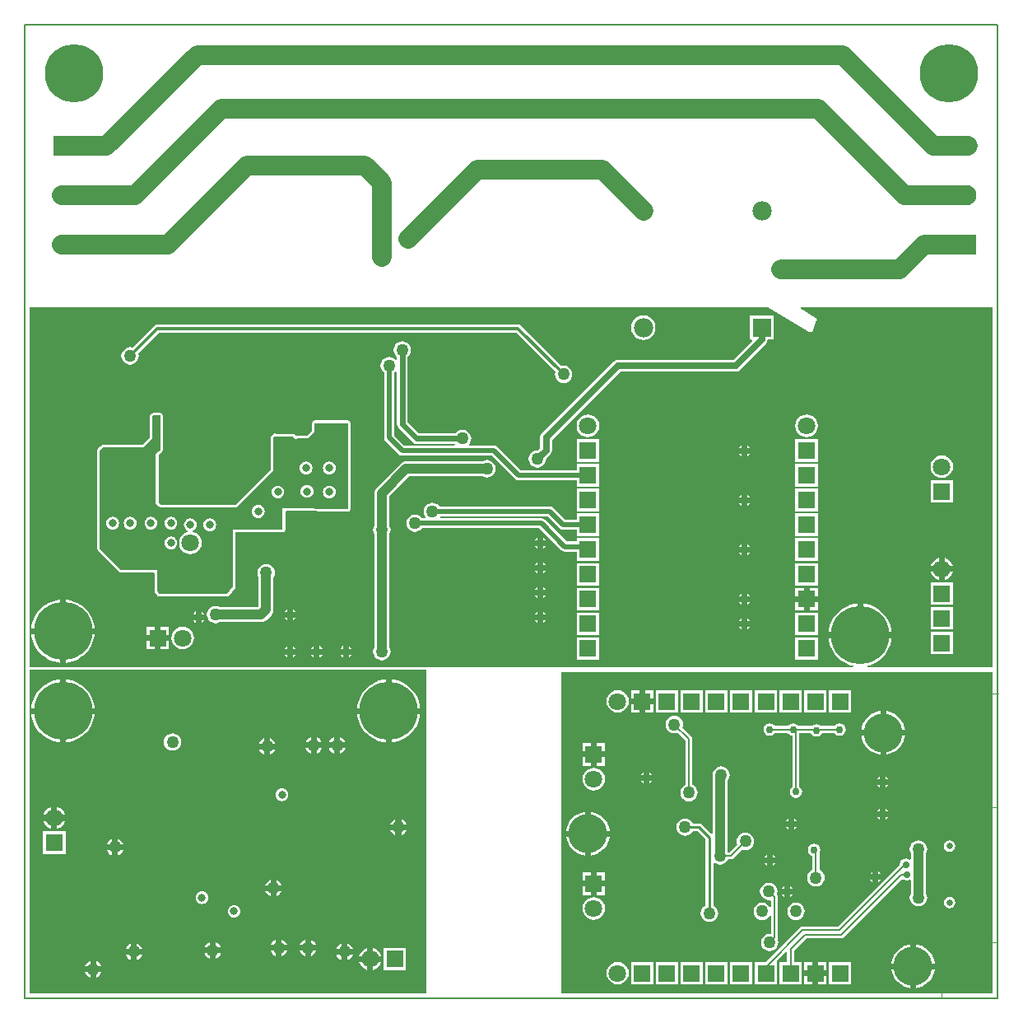
<source format=gbl>
G04*
G04 #@! TF.GenerationSoftware,Altium Limited,CircuitStudio,1.5.2 (30)*
G04*
G04 Layer_Physical_Order=2*
G04 Layer_Color=16711680*
%FSLAX44Y44*%
%MOMM*%
G71*
G01*
G75*
%ADD34R,2.1000X2.1000*%
%ADD36C,1.0000*%
%ADD37C,0.2000*%
%ADD39C,0.3000*%
%ADD40C,0.5000*%
%ADD41C,0.2540*%
%ADD43C,2.0000*%
%ADD44C,0.7000*%
%ADD46C,0.6000*%
%ADD49C,0.1000*%
%ADD50C,0.1500*%
%ADD51C,4.0000*%
%ADD52C,0.6500*%
%ADD53C,1.2580*%
%ADD54R,1.8000X1.8000*%
%ADD55C,1.8000*%
%ADD56R,1.8000X1.8000*%
%ADD57C,6.0000*%
%ADD58C,2.1000*%
%ADD59R,1.9800X1.9800*%
%ADD60C,1.9350*%
%ADD61C,1.9800*%
%ADD62C,0.7500*%
%ADD63C,0.7400*%
%ADD64C,0.8000*%
%ADD65C,1.2700*%
G36*
X1251645Y264355D02*
X808000D01*
Y595000D01*
X1251645D01*
Y264355D01*
D02*
G37*
G36*
X668500D02*
X260355D01*
Y597410D01*
X668500D01*
Y264355D01*
D02*
G37*
G36*
X1251645Y600000D02*
X1122376D01*
X1122225Y601270D01*
X1125087Y601957D01*
X1129818Y603917D01*
X1134186Y606593D01*
X1138080Y609920D01*
X1141407Y613814D01*
X1144083Y618181D01*
X1146043Y622914D01*
X1147239Y627894D01*
X1147404Y630000D01*
X1082596D01*
X1082761Y627894D01*
X1083957Y622914D01*
X1085917Y618181D01*
X1088593Y613814D01*
X1091920Y609920D01*
X1095814Y606593D01*
X1100182Y603917D01*
X1104913Y601957D01*
X1107775Y601270D01*
X1107624Y600000D01*
X260355D01*
Y970000D01*
X1020406D01*
X1062673Y944776D01*
X1062866Y944707D01*
X1063038Y944595D01*
X1063338Y944540D01*
X1063625Y944437D01*
X1063830Y944448D01*
X1064032Y944410D01*
X1064330Y944473D01*
X1064634Y944489D01*
X1064819Y944577D01*
X1065020Y944620D01*
X1065272Y944792D01*
X1065547Y944923D01*
X1065684Y945075D01*
X1065853Y945191D01*
X1066020Y945447D01*
X1066224Y945673D01*
X1066293Y945866D01*
X1066404Y946038D01*
X1070405Y956038D01*
X1070459Y956331D01*
X1070561Y956612D01*
X1070551Y956823D01*
X1070590Y957032D01*
X1070528Y957323D01*
X1070514Y957621D01*
X1070424Y957813D01*
X1070380Y958020D01*
X1070212Y958266D01*
X1070085Y958536D01*
X1069929Y958679D01*
X1069809Y958853D01*
X1069559Y959016D01*
X1069339Y959217D01*
X1053505Y968776D01*
X1053846Y970000D01*
X1251645D01*
Y600000D01*
D02*
G37*
%LPC*%
G36*
X643001Y443964D02*
Y438584D01*
X648380D01*
X647766Y440067D01*
X646341Y441925D01*
X644484Y443349D01*
X643001Y443964D01*
D02*
G37*
G36*
X637001D02*
X635517Y443349D01*
X633660Y441925D01*
X632235Y440067D01*
X631621Y438584D01*
X637001D01*
Y443964D01*
D02*
G37*
G36*
X1047000Y444500D02*
Y442000D01*
X1049500D01*
X1048499Y443499D01*
X1047000Y444500D01*
D02*
G37*
G36*
X1041000D02*
X1039501Y443499D01*
X1038500Y442000D01*
X1041000D01*
Y444500D01*
D02*
G37*
G36*
X1049500Y436000D02*
X1047000D01*
Y433500D01*
X1048499Y434501D01*
X1049500Y436000D01*
D02*
G37*
G36*
X1041000D02*
X1038500D01*
X1039501Y434501D01*
X1041000Y433500D01*
Y436000D01*
D02*
G37*
G36*
X297245Y442000D02*
X289000D01*
Y433755D01*
X289013Y433757D01*
X291820Y434920D01*
X294230Y436770D01*
X296080Y439180D01*
X297243Y441987D01*
X297245Y442000D01*
D02*
G37*
G36*
X283000D02*
X274755D01*
X274757Y441987D01*
X275920Y439180D01*
X277770Y436770D01*
X280180Y434920D01*
X282987Y433757D01*
X283000Y433755D01*
Y442000D01*
D02*
G37*
G36*
X1141000Y454500D02*
Y452000D01*
X1143500D01*
X1142499Y453499D01*
X1141000Y454500D01*
D02*
G37*
G36*
X1135000D02*
X1133501Y453499D01*
X1132500Y452000D01*
X1135000D01*
Y454500D01*
D02*
G37*
G36*
X520175Y475365D02*
X518468Y475141D01*
X516877Y474482D01*
X515511Y473433D01*
X514462Y472067D01*
X513803Y470476D01*
X513579Y468769D01*
X513803Y467062D01*
X514462Y465471D01*
X515511Y464105D01*
X516877Y463056D01*
X518468Y462397D01*
X520175Y462173D01*
X521882Y462397D01*
X523473Y463056D01*
X524839Y464105D01*
X525888Y465471D01*
X526547Y467062D01*
X526771Y468769D01*
X526547Y470476D01*
X525888Y472067D01*
X524839Y473433D01*
X523473Y474482D01*
X521882Y475141D01*
X520175Y475365D01*
D02*
G37*
G36*
X924000Y549967D02*
X921679Y549661D01*
X919517Y548765D01*
X917660Y547340D01*
X916235Y545483D01*
X915339Y543321D01*
X915033Y541000D01*
X915339Y538679D01*
X916235Y536517D01*
X917660Y534660D01*
X919517Y533235D01*
X921679Y532339D01*
X924000Y532033D01*
X926321Y532339D01*
X927195Y532701D01*
X935391Y524505D01*
Y479127D01*
X934517Y478765D01*
X932660Y477340D01*
X931235Y475483D01*
X930339Y473321D01*
X930033Y471000D01*
X930339Y468679D01*
X931235Y466517D01*
X932660Y464660D01*
X934517Y463235D01*
X936679Y462339D01*
X939000Y462033D01*
X941321Y462339D01*
X943483Y463235D01*
X945340Y464660D01*
X946765Y466517D01*
X947661Y468679D01*
X947967Y471000D01*
X947661Y473321D01*
X946765Y475483D01*
X945340Y477340D01*
X943483Y478765D01*
X942609Y479127D01*
Y526000D01*
X942335Y527381D01*
X941552Y528552D01*
X932299Y537805D01*
X932661Y538679D01*
X932967Y541000D01*
X932661Y543321D01*
X931765Y545483D01*
X930340Y547340D01*
X928483Y548765D01*
X926321Y549661D01*
X924000Y549967D01*
D02*
G37*
G36*
X1143500Y446000D02*
X1141000D01*
Y443500D01*
X1142499Y444501D01*
X1143500Y446000D01*
D02*
G37*
G36*
X1135000D02*
X1132500D01*
X1133501Y444501D01*
X1135000Y443500D01*
Y446000D01*
D02*
G37*
G36*
X289000Y456245D02*
Y448000D01*
X297245D01*
X297243Y448013D01*
X296080Y450820D01*
X294230Y453230D01*
X291820Y455080D01*
X289013Y456243D01*
X289000Y456245D01*
D02*
G37*
G36*
X283000D02*
X282987Y456243D01*
X280180Y455080D01*
X277770Y453230D01*
X275920Y450820D01*
X274757Y448013D01*
X274755Y448000D01*
X283000D01*
Y456245D01*
D02*
G37*
G36*
X838000Y451104D02*
Y431750D01*
X857354D01*
X857214Y433169D01*
X855925Y437417D01*
X853832Y441333D01*
X851015Y444765D01*
X847583Y447582D01*
X843667Y449675D01*
X839419Y450964D01*
X838000Y451104D01*
D02*
G37*
G36*
X857354Y425750D02*
X838000D01*
Y406396D01*
X839419Y406536D01*
X843667Y407825D01*
X847583Y409918D01*
X851015Y412735D01*
X853832Y416167D01*
X855925Y420083D01*
X857214Y424331D01*
X857354Y425750D01*
D02*
G37*
G36*
X832000D02*
X812646D01*
X812786Y424331D01*
X814075Y420083D01*
X816168Y416167D01*
X818985Y412735D01*
X822417Y409918D01*
X826333Y407825D01*
X830581Y406536D01*
X832000Y406396D01*
Y425750D01*
D02*
G37*
G36*
X356880Y412000D02*
X351500D01*
Y406620D01*
X352983Y407235D01*
X354840Y408660D01*
X356265Y410517D01*
X356880Y412000D01*
D02*
G37*
G36*
X345500D02*
X340120D01*
X340735Y410517D01*
X342160Y408660D01*
X344017Y407235D01*
X345500Y406620D01*
Y412000D01*
D02*
G37*
G36*
X1175000Y421967D02*
X1172679Y421661D01*
X1170517Y420765D01*
X1168660Y419340D01*
X1167235Y417483D01*
X1166339Y415321D01*
X1166033Y413000D01*
X1166339Y410679D01*
X1167235Y408517D01*
X1167395Y408308D01*
Y402270D01*
X1166125Y401749D01*
X1164435Y402878D01*
X1162000Y403362D01*
X1159565Y402878D01*
X1157501Y401499D01*
X1156122Y399435D01*
X1155638Y397000D01*
X1155680Y396785D01*
X1092505Y333609D01*
X1056000D01*
X1054619Y333335D01*
X1053448Y332552D01*
X1017835Y296939D01*
X1006556D01*
Y273859D01*
X1029636D01*
Y296939D01*
X1029636Y296939D01*
X1029636D01*
X1029169Y298065D01*
X1038713Y307609D01*
X1039887Y307123D01*
Y296939D01*
X1031956D01*
Y273859D01*
X1055036D01*
Y296939D01*
X1047105D01*
Y308505D01*
X1059991Y321391D01*
X1095500D01*
X1096881Y321665D01*
X1098052Y322448D01*
X1157427Y381823D01*
X1158501Y382501D01*
X1160565Y381122D01*
X1163000Y380638D01*
X1165435Y381122D01*
X1166275Y381683D01*
X1167395Y381085D01*
Y367692D01*
X1167235Y367483D01*
X1166339Y365321D01*
X1166033Y363000D01*
X1166339Y360679D01*
X1167235Y358517D01*
X1168660Y356660D01*
X1170517Y355235D01*
X1172679Y354339D01*
X1175000Y354033D01*
X1177321Y354339D01*
X1179483Y355235D01*
X1181340Y356660D01*
X1182765Y358517D01*
X1183661Y360679D01*
X1183967Y363000D01*
X1183661Y365321D01*
X1182765Y367483D01*
X1182605Y367692D01*
Y408308D01*
X1182765Y408517D01*
X1183661Y410679D01*
X1183967Y413000D01*
X1183661Y415321D01*
X1182765Y417483D01*
X1181340Y419340D01*
X1179483Y420765D01*
X1177321Y421661D01*
X1175000Y421967D01*
D02*
G37*
G36*
X1027500Y398542D02*
X1025000D01*
Y396042D01*
X1026499Y397043D01*
X1027500Y398542D01*
D02*
G37*
G36*
X1025000Y407042D02*
Y404542D01*
X1027500D01*
X1026499Y406041D01*
X1025000Y407042D01*
D02*
G37*
G36*
X1019000D02*
X1017501Y406041D01*
X1016500Y404542D01*
X1019000D01*
Y407042D01*
D02*
G37*
G36*
X648380Y432584D02*
X643001D01*
Y427204D01*
X644484Y427819D01*
X646341Y429244D01*
X647766Y431101D01*
X648380Y432584D01*
D02*
G37*
G36*
X637001D02*
X631621D01*
X632235Y431101D01*
X633660Y429244D01*
X635517Y427819D01*
X637001Y427204D01*
Y432584D01*
D02*
G37*
G36*
X832000Y451104D02*
X830581Y450964D01*
X826333Y449675D01*
X822417Y447582D01*
X818985Y444765D01*
X816168Y441333D01*
X814075Y437417D01*
X812786Y433169D01*
X812646Y431750D01*
X832000D01*
Y451104D01*
D02*
G37*
G36*
X972000Y497967D02*
X969679Y497661D01*
X967517Y496765D01*
X965660Y495340D01*
X964235Y493483D01*
X963339Y491321D01*
X963033Y489000D01*
X963339Y486679D01*
X963395Y486544D01*
Y428895D01*
X962125Y428369D01*
X952163Y438331D01*
X950902Y439173D01*
X949416Y439469D01*
X943013D01*
X942765Y440067D01*
X941340Y441925D01*
X939483Y443349D01*
X937321Y444245D01*
X935000Y444551D01*
X932679Y444245D01*
X930517Y443349D01*
X928660Y441925D01*
X927235Y440067D01*
X926339Y437905D01*
X926033Y435584D01*
X926339Y433263D01*
X927235Y431101D01*
X928660Y429244D01*
X930517Y427819D01*
X932679Y426923D01*
X935000Y426617D01*
X937321Y426923D01*
X939483Y427819D01*
X941340Y429244D01*
X942765Y431101D01*
X943013Y431699D01*
X947807D01*
X956115Y423391D01*
Y355013D01*
X955517Y354765D01*
X953660Y353340D01*
X952235Y351483D01*
X951339Y349321D01*
X951033Y347000D01*
X951339Y344679D01*
X952235Y342517D01*
X953660Y340660D01*
X955517Y339235D01*
X957679Y338339D01*
X960000Y338033D01*
X962321Y338339D01*
X964483Y339235D01*
X966340Y340660D01*
X967765Y342517D01*
X968661Y344679D01*
X968967Y347000D01*
X968661Y349321D01*
X967765Y351483D01*
X966340Y353340D01*
X964483Y354765D01*
X963885Y355013D01*
Y398655D01*
X965155Y399280D01*
X966517Y398235D01*
X968679Y397339D01*
X971000Y397033D01*
X973321Y397339D01*
X975483Y398235D01*
X977340Y399660D01*
X978765Y401517D01*
X979127Y402391D01*
X982000D01*
X983381Y402665D01*
X984552Y403448D01*
X993805Y412701D01*
X994679Y412339D01*
X997000Y412033D01*
X999321Y412339D01*
X1001483Y413235D01*
X1003340Y414660D01*
X1004765Y416517D01*
X1005661Y418679D01*
X1005967Y421000D01*
X1005661Y423321D01*
X1004765Y425483D01*
X1003340Y427340D01*
X1001483Y428765D01*
X999321Y429661D01*
X997000Y429967D01*
X994679Y429661D01*
X992517Y428765D01*
X990660Y427340D01*
X989235Y425483D01*
X988339Y423321D01*
X988033Y421000D01*
X988339Y418679D01*
X988701Y417805D01*
X980505Y409609D01*
X979127D01*
X978765Y410483D01*
X978605Y410692D01*
Y483004D01*
X979765Y484517D01*
X980661Y486679D01*
X980967Y489000D01*
X980661Y491321D01*
X979765Y493483D01*
X978340Y495340D01*
X976483Y496765D01*
X974321Y497661D01*
X972000Y497967D01*
D02*
G37*
G36*
X1207000Y421803D02*
X1204741Y421354D01*
X1202826Y420074D01*
X1201546Y418159D01*
X1201097Y415900D01*
X1201546Y413641D01*
X1202826Y411726D01*
X1204741Y410446D01*
X1207000Y409996D01*
X1209259Y410446D01*
X1211174Y411726D01*
X1212454Y413641D01*
X1212903Y415900D01*
X1212454Y418159D01*
X1211174Y420074D01*
X1209259Y421354D01*
X1207000Y421803D01*
D02*
G37*
G36*
X297540Y431140D02*
X274460D01*
Y408060D01*
X297540D01*
Y431140D01*
D02*
G37*
G36*
X351500Y423380D02*
Y418000D01*
X356880D01*
X356265Y419483D01*
X354840Y421340D01*
X352983Y422765D01*
X351500Y423380D01*
D02*
G37*
G36*
X345500D02*
X344017Y422765D01*
X342160Y421340D01*
X340735Y419483D01*
X340120Y418000D01*
X345500D01*
Y423380D01*
D02*
G37*
G36*
X841000Y496540D02*
X837988Y496143D01*
X835180Y494980D01*
X832770Y493130D01*
X830920Y490720D01*
X829757Y487913D01*
X829360Y484900D01*
X829757Y481888D01*
X830920Y479080D01*
X832770Y476670D01*
X835180Y474820D01*
X837988Y473657D01*
X841000Y473260D01*
X844013Y473657D01*
X846820Y474820D01*
X849230Y476670D01*
X851080Y479080D01*
X852243Y481888D01*
X852639Y484900D01*
X852243Y487913D01*
X851080Y490720D01*
X849230Y493130D01*
X846820Y494980D01*
X844013Y496143D01*
X841000Y496540D01*
D02*
G37*
G36*
X508000Y526968D02*
Y521588D01*
X513380D01*
X512765Y523072D01*
X511340Y524929D01*
X509483Y526353D01*
X508000Y526968D01*
D02*
G37*
G36*
X502000D02*
X500517Y526353D01*
X498660Y524929D01*
X497235Y523072D01*
X496620Y521588D01*
X502000D01*
Y526968D01*
D02*
G37*
G36*
X556000Y527968D02*
Y522588D01*
X561380D01*
X560765Y524072D01*
X559340Y525929D01*
X557483Y527354D01*
X556000Y527968D01*
D02*
G37*
G36*
X550000D02*
X548517Y527354D01*
X546660Y525929D01*
X545234Y524072D01*
X544620Y522588D01*
X550000D01*
Y527968D01*
D02*
G37*
G36*
X838000Y521840D02*
X829460D01*
Y513300D01*
X838000D01*
Y521840D01*
D02*
G37*
G36*
X585380Y516588D02*
X580000D01*
Y511208D01*
X581483Y511823D01*
X583340Y513248D01*
X584765Y515105D01*
X585380Y516588D01*
D02*
G37*
G36*
X407610Y532011D02*
X405289Y531705D01*
X403127Y530809D01*
X401270Y529384D01*
X399845Y527527D01*
X398949Y525365D01*
X398643Y523044D01*
X398949Y520723D01*
X399845Y518561D01*
X401270Y516704D01*
X403127Y515279D01*
X405289Y514383D01*
X407610Y514077D01*
X409931Y514383D01*
X412093Y515279D01*
X413950Y516704D01*
X415375Y518561D01*
X416271Y520723D01*
X416577Y523044D01*
X416271Y525365D01*
X415375Y527527D01*
X413950Y529384D01*
X412093Y530809D01*
X409931Y531705D01*
X407610Y532011D01*
D02*
G37*
G36*
X852540Y521840D02*
X844000D01*
Y513300D01*
X852540D01*
Y521840D01*
D02*
G37*
G36*
X662404Y552000D02*
X633000D01*
Y522595D01*
X635106Y522761D01*
X640087Y523957D01*
X644818Y525917D01*
X649186Y528593D01*
X653080Y531920D01*
X656407Y535814D01*
X659083Y540182D01*
X661043Y544913D01*
X662239Y549894D01*
X662404Y552000D01*
D02*
G37*
G36*
X627000D02*
X597595D01*
X597761Y549894D01*
X598957Y544913D01*
X600917Y540182D01*
X603593Y535814D01*
X606920Y531920D01*
X610814Y528593D01*
X615182Y525917D01*
X619913Y523957D01*
X624894Y522761D01*
X627000Y522595D01*
Y552000D01*
D02*
G37*
G36*
X1141750Y554854D02*
Y535500D01*
X1161104D01*
X1160964Y536919D01*
X1159675Y541167D01*
X1157582Y545083D01*
X1154765Y548515D01*
X1151333Y551332D01*
X1147417Y553425D01*
X1143169Y554714D01*
X1141750Y554854D01*
D02*
G37*
G36*
X1135750D02*
X1134331Y554714D01*
X1130083Y553425D01*
X1126167Y551332D01*
X1122735Y548515D01*
X1119918Y545083D01*
X1117825Y541167D01*
X1116536Y536919D01*
X1116396Y535500D01*
X1135750D01*
Y554854D01*
D02*
G37*
G36*
X580000Y527968D02*
Y522588D01*
X585380D01*
X584765Y524072D01*
X583340Y525929D01*
X581483Y527354D01*
X580000Y527968D01*
D02*
G37*
G36*
X574000D02*
X572517Y527354D01*
X570659Y525929D01*
X569235Y524072D01*
X568620Y522588D01*
X574000D01*
Y527968D01*
D02*
G37*
G36*
X327405Y552000D02*
X298000D01*
Y522595D01*
X300106Y522761D01*
X305086Y523957D01*
X309818Y525917D01*
X314186Y528593D01*
X318080Y531920D01*
X321407Y535814D01*
X324083Y540182D01*
X326043Y544913D01*
X327239Y549894D01*
X327405Y552000D01*
D02*
G37*
G36*
X292000D02*
X262596D01*
X262761Y549894D01*
X263957Y544913D01*
X265917Y540182D01*
X268593Y535814D01*
X271920Y531920D01*
X275814Y528593D01*
X280182Y525917D01*
X284914Y523957D01*
X289894Y522761D01*
X292000Y522595D01*
Y552000D01*
D02*
G37*
G36*
X574000Y516588D02*
X568620D01*
X569235Y515105D01*
X570659Y513248D01*
X572517Y511823D01*
X574000Y511208D01*
Y516588D01*
D02*
G37*
G36*
X1141000Y487500D02*
Y485000D01*
X1143500D01*
X1142499Y486499D01*
X1141000Y487500D01*
D02*
G37*
G36*
X1135000D02*
X1133501Y486499D01*
X1132500Y485000D01*
X1135000D01*
Y487500D01*
D02*
G37*
G36*
X898000Y491500D02*
Y489000D01*
X900500D01*
X899499Y490499D01*
X898000Y491500D01*
D02*
G37*
G36*
X892000D02*
X890501Y490499D01*
X889500Y489000D01*
X892000D01*
Y491500D01*
D02*
G37*
G36*
X1143500Y479000D02*
X1141000D01*
Y476500D01*
X1142499Y477501D01*
X1143500Y479000D01*
D02*
G37*
G36*
X1135000D02*
X1132500D01*
X1133501Y477501D01*
X1135000Y476500D01*
Y479000D01*
D02*
G37*
G36*
X900500Y483000D02*
X898000D01*
Y480500D01*
X899499Y481501D01*
X900500Y483000D01*
D02*
G37*
G36*
X892000D02*
X889500D01*
X890501Y481501D01*
X892000Y480500D01*
Y483000D01*
D02*
G37*
G36*
X513380Y515588D02*
X508000D01*
Y510208D01*
X509483Y510823D01*
X511340Y512248D01*
X512765Y514105D01*
X513380Y515588D01*
D02*
G37*
G36*
X502000D02*
X496620D01*
X497235Y514105D01*
X498660Y512248D01*
X500517Y510823D01*
X502000Y510208D01*
Y515588D01*
D02*
G37*
G36*
X561380Y516588D02*
X556000D01*
Y511208D01*
X557483Y511823D01*
X559340Y513248D01*
X560765Y515105D01*
X561380Y516588D01*
D02*
G37*
G36*
X550000D02*
X544620D01*
X545234Y515105D01*
X546660Y513248D01*
X548517Y511823D01*
X550000Y511208D01*
Y516588D01*
D02*
G37*
G36*
X852540Y507300D02*
X844000D01*
Y498760D01*
X852540D01*
Y507300D01*
D02*
G37*
G36*
X838000D02*
X829460D01*
Y498760D01*
X838000D01*
Y507300D01*
D02*
G37*
G36*
X1161104Y529500D02*
X1141750D01*
Y510146D01*
X1143169Y510286D01*
X1147417Y511575D01*
X1151333Y513668D01*
X1154765Y516485D01*
X1157582Y519917D01*
X1159675Y523833D01*
X1160964Y528081D01*
X1161104Y529500D01*
D02*
G37*
G36*
X1135750D02*
X1116396D01*
X1116536Y528081D01*
X1117825Y523833D01*
X1119918Y519917D01*
X1122735Y516485D01*
X1126167Y513668D01*
X1130083Y511575D01*
X1134331Y510286D01*
X1135750Y510146D01*
Y529500D01*
D02*
G37*
G36*
X1019000Y398542D02*
X1016500D01*
X1017501Y397043D01*
X1019000Y396042D01*
Y398542D01*
D02*
G37*
G36*
X365000Y304500D02*
X359620D01*
X360235Y303017D01*
X361660Y301159D01*
X363517Y299735D01*
X365000Y299120D01*
Y304500D01*
D02*
G37*
G36*
X1172500Y314854D02*
Y295500D01*
X1191854D01*
X1191714Y296919D01*
X1190425Y301167D01*
X1188332Y305083D01*
X1185515Y308515D01*
X1182083Y311332D01*
X1178167Y313425D01*
X1173919Y314714D01*
X1172500Y314854D01*
D02*
G37*
G36*
X581633Y304524D02*
X576253D01*
X576868Y303040D01*
X578293Y301183D01*
X580150Y299758D01*
X581633Y299144D01*
Y304524D01*
D02*
G37*
G36*
X376380Y304500D02*
X371000D01*
Y299120D01*
X372483Y299735D01*
X374340Y301159D01*
X375765Y303017D01*
X376380Y304500D01*
D02*
G37*
G36*
X323044Y297924D02*
X321561Y297309D01*
X319704Y295884D01*
X318279Y294027D01*
X317664Y292544D01*
X323044D01*
Y297924D01*
D02*
G37*
G36*
X622245Y297000D02*
X614000D01*
Y288755D01*
X614012Y288757D01*
X616820Y289920D01*
X619230Y291770D01*
X621080Y294180D01*
X622243Y296987D01*
X622245Y297000D01*
D02*
G37*
G36*
X1166500Y314854D02*
X1165081Y314714D01*
X1160833Y313425D01*
X1156917Y311332D01*
X1153485Y308515D01*
X1150668Y305083D01*
X1148575Y301167D01*
X1147286Y296919D01*
X1147146Y295500D01*
X1166500D01*
Y314854D01*
D02*
G37*
G36*
X329044Y297924D02*
Y292544D01*
X334424D01*
X333809Y294027D01*
X332384Y295884D01*
X330527Y297309D01*
X329044Y297924D01*
D02*
G37*
G36*
X514000Y308500D02*
X508620D01*
X509235Y307017D01*
X510660Y305160D01*
X512517Y303735D01*
X514000Y303120D01*
Y308500D01*
D02*
G37*
G36*
X614000Y311245D02*
Y303000D01*
X622245D01*
X622243Y303013D01*
X621080Y305820D01*
X619230Y308230D01*
X616820Y310080D01*
X614012Y311243D01*
X614000Y311245D01*
D02*
G37*
G36*
X544000Y308500D02*
X538620D01*
X539235Y307017D01*
X540659Y305160D01*
X542517Y303735D01*
X544000Y303120D01*
Y308500D01*
D02*
G37*
G36*
X525380Y308500D02*
X520000D01*
Y303120D01*
X521483Y303735D01*
X523340Y305160D01*
X524765Y307017D01*
X525380Y308500D01*
D02*
G37*
G36*
X446000Y305800D02*
X440620D01*
X441235Y304317D01*
X442660Y302460D01*
X444517Y301035D01*
X446000Y300420D01*
Y305800D01*
D02*
G37*
G36*
X593013Y304524D02*
X587633D01*
Y299144D01*
X589117Y299758D01*
X590974Y301183D01*
X592398Y303040D01*
X593013Y304524D01*
D02*
G37*
G36*
X608000Y311245D02*
X607988Y311243D01*
X605180Y310080D01*
X602770Y308230D01*
X600920Y305820D01*
X599757Y303013D01*
X599755Y303000D01*
X608000D01*
Y311245D01*
D02*
G37*
G36*
X457380Y305800D02*
X452000D01*
Y300420D01*
X453483Y301035D01*
X455340Y302460D01*
X456765Y304317D01*
X457380Y305800D01*
D02*
G37*
G36*
X608000Y297000D02*
X599755D01*
X599757Y296987D01*
X600920Y294180D01*
X602770Y291770D01*
X605180Y289920D01*
X607988Y288757D01*
X608000Y288755D01*
Y297000D01*
D02*
G37*
G36*
X1105836Y296939D02*
X1082756D01*
Y273859D01*
X1105836D01*
Y296939D01*
D02*
G37*
G36*
X1080436Y282399D02*
X1071896D01*
Y273859D01*
X1080436D01*
Y282399D01*
D02*
G37*
G36*
X927940Y296940D02*
X904860D01*
Y273860D01*
X927940D01*
Y296940D01*
D02*
G37*
G36*
X902540D02*
X879460D01*
Y273860D01*
X902540D01*
Y296940D01*
D02*
G37*
G36*
X1191854Y289500D02*
X1172500D01*
Y270146D01*
X1173919Y270286D01*
X1178167Y271575D01*
X1182083Y273668D01*
X1185515Y276485D01*
X1188332Y279917D01*
X1190425Y283833D01*
X1191714Y288081D01*
X1191854Y289500D01*
D02*
G37*
G36*
X1166500D02*
X1147146D01*
X1147286Y288081D01*
X1148575Y283833D01*
X1150668Y279917D01*
X1153485Y276485D01*
X1156917Y273668D01*
X1160833Y271575D01*
X1165081Y270286D01*
X1166500Y270146D01*
Y289500D01*
D02*
G37*
G36*
X1065896Y282399D02*
X1057356D01*
Y273859D01*
X1065896D01*
Y282399D01*
D02*
G37*
G36*
X865600Y297040D02*
X862588Y296643D01*
X859780Y295480D01*
X857370Y293630D01*
X855520Y291220D01*
X854357Y288412D01*
X853960Y285400D01*
X854357Y282387D01*
X855520Y279580D01*
X857370Y277170D01*
X859780Y275320D01*
X862588Y274157D01*
X865600Y273760D01*
X868613Y274157D01*
X871420Y275320D01*
X873830Y277170D01*
X875680Y279580D01*
X876843Y282387D01*
X877240Y285400D01*
X876843Y288412D01*
X875680Y291220D01*
X873830Y293630D01*
X871420Y295480D01*
X868613Y296643D01*
X865600Y297040D01*
D02*
G37*
G36*
X1065896Y296939D02*
X1057356D01*
Y288399D01*
X1065896D01*
Y296939D01*
D02*
G37*
G36*
X334424Y286544D02*
X329044D01*
Y281164D01*
X330527Y281779D01*
X332384Y283204D01*
X333809Y285061D01*
X334424Y286544D01*
D02*
G37*
G36*
X647940Y311540D02*
X624860D01*
Y288460D01*
X647940D01*
Y311540D01*
D02*
G37*
G36*
X1080436Y296939D02*
X1071896D01*
Y288399D01*
X1080436D01*
Y296939D01*
D02*
G37*
G36*
X978740Y296940D02*
X955660D01*
Y273860D01*
X978740D01*
Y296940D01*
D02*
G37*
G36*
X953340D02*
X930260D01*
Y273860D01*
X953340D01*
Y296940D01*
D02*
G37*
G36*
X323044Y286544D02*
X317664D01*
X318279Y285061D01*
X319704Y283204D01*
X321561Y281779D01*
X323044Y281164D01*
Y286544D01*
D02*
G37*
G36*
X1004140Y296940D02*
X981060D01*
Y273860D01*
X1004140D01*
Y296940D01*
D02*
G37*
G36*
X555380Y308500D02*
X550000D01*
Y303120D01*
X551483Y303735D01*
X553340Y305160D01*
X554765Y307017D01*
X555380Y308500D01*
D02*
G37*
G36*
X1037000Y374500D02*
X1035501Y373499D01*
X1034500Y372000D01*
X1037000D01*
Y374500D01*
D02*
G37*
G36*
X852540Y374400D02*
X844000D01*
Y365860D01*
X852540D01*
Y374400D01*
D02*
G37*
G36*
X1067700Y418713D02*
X1065246Y418225D01*
X1063165Y416835D01*
X1061775Y414754D01*
X1061287Y412300D01*
X1061775Y409846D01*
X1063165Y407765D01*
X1065246Y406375D01*
X1065891Y406247D01*
Y391627D01*
X1065017Y391265D01*
X1063160Y389840D01*
X1061735Y387983D01*
X1060839Y385821D01*
X1060533Y383500D01*
X1060839Y381179D01*
X1061735Y379017D01*
X1063160Y377160D01*
X1065017Y375735D01*
X1067179Y374839D01*
X1069500Y374533D01*
X1071821Y374839D01*
X1073983Y375735D01*
X1075840Y377160D01*
X1077265Y379017D01*
X1078161Y381179D01*
X1078467Y383500D01*
X1078161Y385821D01*
X1077265Y387983D01*
X1075840Y389840D01*
X1073983Y391265D01*
X1073109Y391627D01*
Y409074D01*
X1073625Y409846D01*
X1074113Y412300D01*
X1073625Y414754D01*
X1072235Y416835D01*
X1070154Y418225D01*
X1067700Y418713D01*
D02*
G37*
G36*
X1043000Y374500D02*
Y372000D01*
X1045500D01*
X1044499Y373499D01*
X1043000Y374500D01*
D02*
G37*
G36*
X508350Y369956D02*
X502970D01*
X503585Y368473D01*
X505010Y366615D01*
X506867Y365191D01*
X508350Y364576D01*
Y369956D01*
D02*
G37*
G36*
X1045500Y366000D02*
X1043000D01*
Y363500D01*
X1044499Y364501D01*
X1045500Y366000D01*
D02*
G37*
G36*
X838000Y374400D02*
X829460D01*
Y365860D01*
X838000D01*
Y374400D01*
D02*
G37*
G36*
X519730Y369956D02*
X514350D01*
Y364576D01*
X515833Y365191D01*
X517690Y366615D01*
X519115Y368473D01*
X519730Y369956D01*
D02*
G37*
G36*
X852540Y388940D02*
X844000D01*
Y380400D01*
X852540D01*
Y388940D01*
D02*
G37*
G36*
X838000D02*
X829460D01*
Y380400D01*
X838000D01*
Y388940D01*
D02*
G37*
G36*
X1134000Y390000D02*
Y387500D01*
X1136500D01*
X1135499Y388999D01*
X1134000Y390000D01*
D02*
G37*
G36*
X1128000D02*
X1126501Y388999D01*
X1125500Y387500D01*
X1128000D01*
Y390000D01*
D02*
G37*
G36*
X514350Y381336D02*
Y375956D01*
X519730D01*
X519115Y377439D01*
X517690Y379296D01*
X515833Y380721D01*
X514350Y381336D01*
D02*
G37*
G36*
X508350D02*
X506867Y380721D01*
X505010Y379296D01*
X503585Y377439D01*
X502970Y375956D01*
X508350D01*
Y381336D01*
D02*
G37*
G36*
X1136500Y381500D02*
X1134000D01*
Y379000D01*
X1135499Y380001D01*
X1136500Y381500D01*
D02*
G37*
G36*
X1128000D02*
X1125500D01*
X1126501Y380001D01*
X1128000Y379000D01*
Y381500D01*
D02*
G37*
G36*
X1037000Y366000D02*
X1034500D01*
X1035501Y364501D01*
X1037000Y363500D01*
Y366000D01*
D02*
G37*
G36*
X452000Y317180D02*
Y311800D01*
X457380D01*
X456765Y313283D01*
X455340Y315140D01*
X453483Y316565D01*
X452000Y317180D01*
D02*
G37*
G36*
X446000D02*
X444517Y316565D01*
X442660Y315140D01*
X441235Y313283D01*
X440620Y311800D01*
X446000D01*
Y317180D01*
D02*
G37*
G36*
X520000Y319880D02*
Y314500D01*
X525380D01*
X524765Y315983D01*
X523340Y317840D01*
X521483Y319265D01*
X520000Y319880D01*
D02*
G37*
G36*
X514000D02*
X512517Y319265D01*
X510660Y317840D01*
X509235Y315983D01*
X508620Y314500D01*
X514000D01*
Y319880D01*
D02*
G37*
G36*
X371000Y315880D02*
Y310500D01*
X376380D01*
X375765Y311983D01*
X374340Y313840D01*
X372483Y315265D01*
X371000Y315880D01*
D02*
G37*
G36*
X365000D02*
X363517Y315265D01*
X361660Y313840D01*
X360235Y311983D01*
X359620Y310500D01*
X365000D01*
Y315880D01*
D02*
G37*
G36*
X587633Y315903D02*
Y310524D01*
X593013D01*
X592398Y312007D01*
X590974Y313864D01*
X589117Y315289D01*
X587633Y315903D01*
D02*
G37*
G36*
X581633D02*
X580150Y315289D01*
X578293Y313864D01*
X576868Y312007D01*
X576253Y310524D01*
X581633D01*
Y315903D01*
D02*
G37*
G36*
X1207000Y364003D02*
X1204741Y363554D01*
X1202826Y362274D01*
X1201546Y360359D01*
X1201097Y358100D01*
X1201546Y355841D01*
X1202826Y353926D01*
X1204741Y352646D01*
X1207000Y352197D01*
X1209259Y352646D01*
X1211174Y353926D01*
X1212454Y355841D01*
X1212903Y358100D01*
X1212454Y360359D01*
X1211174Y362274D01*
X1209259Y363554D01*
X1207000Y364003D01*
D02*
G37*
G36*
X471000Y355596D02*
X469293Y355372D01*
X467702Y354713D01*
X466336Y353664D01*
X465287Y352298D01*
X464628Y350707D01*
X464404Y349000D01*
X464628Y347293D01*
X465287Y345702D01*
X466336Y344336D01*
X467702Y343287D01*
X469293Y342628D01*
X471000Y342404D01*
X472707Y342628D01*
X474298Y343287D01*
X475664Y344336D01*
X476713Y345702D01*
X477372Y347293D01*
X477596Y349000D01*
X477372Y350707D01*
X476713Y352298D01*
X475664Y353664D01*
X474298Y354713D01*
X472707Y355372D01*
X471000Y355596D01*
D02*
G37*
G36*
X438000Y369596D02*
X436293Y369372D01*
X434702Y368713D01*
X433336Y367664D01*
X432287Y366298D01*
X431628Y364707D01*
X431404Y363000D01*
X431628Y361293D01*
X432287Y359702D01*
X433336Y358336D01*
X434702Y357287D01*
X436293Y356628D01*
X438000Y356404D01*
X439707Y356628D01*
X441298Y357287D01*
X442664Y358336D01*
X443713Y359702D01*
X444372Y361293D01*
X444596Y363000D01*
X444372Y364707D01*
X443713Y366298D01*
X442664Y367664D01*
X441298Y368713D01*
X439707Y369372D01*
X438000Y369596D01*
D02*
G37*
G36*
X1021000Y378467D02*
X1018679Y378161D01*
X1016517Y377265D01*
X1014660Y375840D01*
X1013235Y373983D01*
X1012339Y371821D01*
X1012033Y369500D01*
X1012339Y367179D01*
X1013235Y365017D01*
X1014660Y363160D01*
X1016517Y361735D01*
X1018679Y360839D01*
X1021000Y360533D01*
X1022121Y360681D01*
X1023391Y359567D01*
Y353325D01*
X1022121Y353072D01*
X1021963Y353453D01*
X1020547Y355298D01*
X1018703Y356713D01*
X1016555Y357603D01*
X1014250Y357906D01*
X1011945Y357603D01*
X1009797Y356713D01*
X1007952Y355298D01*
X1006537Y353453D01*
X1005647Y351305D01*
X1005344Y349000D01*
X1005647Y346695D01*
X1006537Y344547D01*
X1007952Y342702D01*
X1009797Y341287D01*
X1011945Y340397D01*
X1014250Y340094D01*
X1016555Y340397D01*
X1018703Y341287D01*
X1020547Y342702D01*
X1021963Y344547D01*
X1022121Y344928D01*
X1023391Y344675D01*
Y326747D01*
X1022436Y325909D01*
X1022000Y325967D01*
X1019679Y325661D01*
X1017517Y324765D01*
X1015660Y323340D01*
X1014235Y321483D01*
X1013339Y319321D01*
X1013033Y317000D01*
X1013339Y314679D01*
X1014235Y312517D01*
X1015660Y310660D01*
X1017517Y309235D01*
X1019679Y308339D01*
X1022000Y308033D01*
X1024321Y308339D01*
X1026483Y309235D01*
X1028340Y310660D01*
X1029765Y312517D01*
X1030661Y314679D01*
X1030967Y317000D01*
X1030661Y319321D01*
X1030204Y320424D01*
X1030335Y320619D01*
X1030609Y322000D01*
Y363500D01*
X1030335Y364881D01*
X1029552Y366052D01*
X1029299Y366305D01*
X1029661Y367179D01*
X1029967Y369500D01*
X1029661Y371821D01*
X1028765Y373983D01*
X1027340Y375840D01*
X1025483Y377265D01*
X1023321Y378161D01*
X1021000Y378467D01*
D02*
G37*
G36*
X550000Y319880D02*
Y314500D01*
X555380D01*
X554765Y315983D01*
X553340Y317840D01*
X551483Y319265D01*
X550000Y319880D01*
D02*
G37*
G36*
X544000D02*
X542517Y319265D01*
X540659Y317840D01*
X539235Y315983D01*
X538620Y314500D01*
X544000D01*
Y319880D01*
D02*
G37*
G36*
X841000Y363640D02*
X837987Y363243D01*
X835180Y362080D01*
X832770Y360230D01*
X830920Y357820D01*
X829757Y355013D01*
X829360Y352000D01*
X829757Y348988D01*
X830920Y346180D01*
X832770Y343770D01*
X835180Y341920D01*
X837987Y340757D01*
X841000Y340360D01*
X844013Y340757D01*
X846820Y341920D01*
X849230Y343770D01*
X851080Y346180D01*
X852243Y348988D01*
X852639Y352000D01*
X852243Y355013D01*
X851080Y357820D01*
X849230Y360230D01*
X846820Y362080D01*
X844013Y363243D01*
X841000Y363640D01*
D02*
G37*
G36*
X1049000Y357906D02*
X1046695Y357603D01*
X1044547Y356713D01*
X1042702Y355298D01*
X1041287Y353453D01*
X1040397Y351305D01*
X1040094Y349000D01*
X1040397Y346695D01*
X1041287Y344547D01*
X1042702Y342702D01*
X1044547Y341287D01*
X1046695Y340397D01*
X1049000Y340094D01*
X1051305Y340397D01*
X1053453Y341287D01*
X1055298Y342702D01*
X1056713Y344547D01*
X1057603Y346695D01*
X1057906Y349000D01*
X1057603Y351305D01*
X1056713Y353453D01*
X1055298Y355298D01*
X1053453Y356713D01*
X1051305Y357603D01*
X1049000Y357906D01*
D02*
G37*
G36*
X1196000Y698000D02*
X1187755D01*
X1187757Y697988D01*
X1188920Y695180D01*
X1190770Y692770D01*
X1193180Y690920D01*
X1195987Y689757D01*
X1196000Y689755D01*
Y698000D01*
D02*
G37*
G36*
X1210245D02*
X1202000D01*
Y689755D01*
X1202012Y689757D01*
X1204820Y690920D01*
X1207230Y692770D01*
X1209080Y695180D01*
X1210243Y697988D01*
X1210245Y698000D01*
D02*
G37*
G36*
X783000Y699350D02*
X780164D01*
X780287Y699052D01*
X781336Y697686D01*
X782702Y696637D01*
X783000Y696514D01*
Y699350D01*
D02*
G37*
G36*
X1071539Y707044D02*
X1048459D01*
Y683964D01*
X1071539D01*
Y707044D01*
D02*
G37*
G36*
X783000Y682786D02*
X782702Y682663D01*
X781336Y681614D01*
X780287Y680248D01*
X780164Y679950D01*
X783000D01*
Y682786D01*
D02*
G37*
G36*
X789000D02*
Y679950D01*
X791836D01*
X791713Y680248D01*
X790664Y681614D01*
X789298Y682663D01*
X789000Y682786D01*
D02*
G37*
G36*
X846539Y707044D02*
X823459D01*
Y683964D01*
X846539D01*
Y707044D01*
D02*
G37*
G36*
X791836Y699350D02*
X789000D01*
Y696514D01*
X789298Y696637D01*
X790664Y697686D01*
X791713Y699052D01*
X791836Y699350D01*
D02*
G37*
G36*
X1071540Y732540D02*
X1048460D01*
Y709460D01*
X1071540D01*
Y732540D01*
D02*
G37*
G36*
X993000Y718000D02*
X990164D01*
X990287Y717702D01*
X991336Y716336D01*
X992702Y715287D01*
X993000Y715164D01*
Y718000D01*
D02*
G37*
G36*
X1001836D02*
X999000D01*
Y715164D01*
X999298Y715287D01*
X1000664Y716336D01*
X1001713Y717702D01*
X1001836Y718000D01*
D02*
G37*
G36*
X789000Y708186D02*
Y705350D01*
X791836D01*
X791713Y705648D01*
X790664Y707014D01*
X789298Y708063D01*
X789000Y708186D01*
D02*
G37*
G36*
X1196000Y712245D02*
X1195987Y712243D01*
X1193180Y711080D01*
X1190770Y709230D01*
X1188920Y706820D01*
X1187757Y704013D01*
X1187755Y704000D01*
X1196000D01*
Y712245D01*
D02*
G37*
G36*
X1202000D02*
Y704000D01*
X1210245D01*
X1210243Y704013D01*
X1209080Y706820D01*
X1207230Y709230D01*
X1204820Y711080D01*
X1202012Y712243D01*
X1202000Y712245D01*
D02*
G37*
G36*
X783000Y708186D02*
X782702Y708063D01*
X781336Y707014D01*
X780287Y705648D01*
X780164Y705350D01*
X783000D01*
Y708186D01*
D02*
G37*
G36*
X1071539Y667104D02*
X1062999D01*
Y658564D01*
X1071539D01*
Y667104D01*
D02*
G37*
G36*
X504000Y705967D02*
X501679Y705661D01*
X499517Y704765D01*
X497660Y703340D01*
X496235Y701483D01*
X495339Y699321D01*
X495033Y697000D01*
X495339Y694679D01*
X496235Y692517D01*
X496395Y692308D01*
Y662150D01*
X495850Y661605D01*
X456692D01*
X456483Y661765D01*
X454321Y662661D01*
X452000Y662967D01*
X449679Y662661D01*
X447517Y661765D01*
X445660Y660340D01*
X444235Y658483D01*
X443339Y656321D01*
X443033Y654000D01*
X443339Y651679D01*
X444235Y649517D01*
X445660Y647660D01*
X447517Y646235D01*
X449679Y645339D01*
X452000Y645033D01*
X454321Y645339D01*
X456483Y646235D01*
X456692Y646395D01*
X499000D01*
X500968Y646654D01*
X501506Y646877D01*
X502803Y647414D01*
X504378Y648622D01*
X509378Y653622D01*
X510586Y655197D01*
X511123Y656494D01*
X511346Y657032D01*
X511605Y659000D01*
Y692308D01*
X511765Y692517D01*
X512661Y694679D01*
X512967Y697000D01*
X512661Y699321D01*
X511765Y701483D01*
X510340Y703340D01*
X508483Y704765D01*
X506321Y705661D01*
X504000Y705967D01*
D02*
G37*
G36*
X1210540Y687140D02*
X1187460D01*
Y664060D01*
X1210540D01*
Y687140D01*
D02*
G37*
G36*
X1056999Y667104D02*
X1048459D01*
Y658564D01*
X1056999D01*
Y667104D01*
D02*
G37*
G36*
X525600Y659836D02*
X525302Y659713D01*
X523936Y658664D01*
X522887Y657298D01*
X522764Y657000D01*
X525600D01*
Y659836D01*
D02*
G37*
G36*
X531600D02*
Y657000D01*
X534436D01*
X534313Y657298D01*
X533264Y658664D01*
X531898Y659713D01*
X531600Y659836D01*
D02*
G37*
G36*
X846539Y681644D02*
X823459D01*
Y658564D01*
X846539D01*
Y681644D01*
D02*
G37*
G36*
X993000Y667104D02*
X990164D01*
X990287Y666806D01*
X991336Y665440D01*
X992702Y664391D01*
X993000Y664268D01*
Y667104D01*
D02*
G37*
G36*
X999000Y675940D02*
Y673104D01*
X1001836D01*
X1001713Y673402D01*
X1000664Y674768D01*
X999298Y675817D01*
X999000Y675940D01*
D02*
G37*
G36*
X1056999Y681644D02*
X1048459D01*
Y673104D01*
X1056999D01*
Y681644D01*
D02*
G37*
G36*
X1071539D02*
X1062999D01*
Y673104D01*
X1071539D01*
Y681644D01*
D02*
G37*
G36*
X993000Y675940D02*
X992702Y675817D01*
X991336Y674768D01*
X990287Y673402D01*
X990164Y673104D01*
X993000D01*
Y675940D01*
D02*
G37*
G36*
X1001836Y667104D02*
X999000D01*
Y664268D01*
X999298Y664391D01*
X1000664Y665440D01*
X1001713Y666806D01*
X1001836Y667104D01*
D02*
G37*
G36*
X783000Y673950D02*
X780164D01*
X780287Y673652D01*
X781336Y672286D01*
X782702Y671237D01*
X783000Y671114D01*
Y673950D01*
D02*
G37*
G36*
X791836D02*
X789000D01*
Y671114D01*
X789298Y671237D01*
X790664Y672286D01*
X791713Y673652D01*
X791836Y673950D01*
D02*
G37*
G36*
X783000Y724750D02*
X780164D01*
X780287Y724452D01*
X781336Y723086D01*
X782702Y722037D01*
X783000Y721914D01*
Y724750D01*
D02*
G37*
G36*
X1071540Y834140D02*
X1048460D01*
Y811060D01*
X1071540D01*
Y834140D01*
D02*
G37*
G36*
X993000Y819600D02*
X990164D01*
X990287Y819302D01*
X991336Y817936D01*
X992702Y816887D01*
X993000Y816764D01*
Y819600D01*
D02*
G37*
G36*
X1001836D02*
X999000D01*
Y816764D01*
X999298Y816887D01*
X1000664Y817936D01*
X1001713Y819302D01*
X1001836Y819600D01*
D02*
G37*
G36*
X846540Y834140D02*
X823460D01*
Y811060D01*
X846540D01*
Y834140D01*
D02*
G37*
G36*
X1071540Y808740D02*
X1048460D01*
Y785660D01*
X1071540D01*
Y808740D01*
D02*
G37*
G36*
X1199000Y817690D02*
X1195987Y817293D01*
X1193180Y816130D01*
X1190770Y814280D01*
X1188920Y811870D01*
X1187757Y809062D01*
X1187360Y806050D01*
X1187757Y803037D01*
X1188920Y800230D01*
X1190770Y797820D01*
X1193180Y795970D01*
X1195987Y794807D01*
X1199000Y794410D01*
X1202012Y794807D01*
X1204820Y795970D01*
X1207230Y797820D01*
X1209080Y800230D01*
X1210243Y803037D01*
X1210639Y806050D01*
X1210243Y809062D01*
X1209080Y811870D01*
X1207230Y814280D01*
X1204820Y816130D01*
X1202012Y817293D01*
X1199000Y817690D01*
D02*
G37*
G36*
X731000Y812967D02*
X728679Y812661D01*
X726517Y811765D01*
X726308Y811605D01*
X648000D01*
X646032Y811346D01*
X645272Y811031D01*
X644197Y810586D01*
X642622Y809378D01*
X617622Y784378D01*
X616414Y782803D01*
X615877Y781506D01*
X615654Y780968D01*
X615395Y779000D01*
Y745692D01*
X615235Y745483D01*
X614339Y743321D01*
X614033Y741000D01*
X614339Y738679D01*
X615235Y736517D01*
X615395Y736308D01*
Y620692D01*
X615235Y620483D01*
X614339Y618321D01*
X614033Y616000D01*
X614339Y613679D01*
X615235Y611517D01*
X616660Y609660D01*
X618517Y608235D01*
X620679Y607339D01*
X623000Y607033D01*
X625321Y607339D01*
X627483Y608235D01*
X629340Y609660D01*
X630765Y611517D01*
X631661Y613679D01*
X631967Y616000D01*
X631661Y618321D01*
X630765Y620483D01*
X630605Y620692D01*
Y736308D01*
X630765Y736517D01*
X631661Y738679D01*
X631967Y741000D01*
X631661Y743321D01*
X630765Y745483D01*
X630605Y745692D01*
Y775850D01*
X651150Y796395D01*
X726308D01*
X726517Y796235D01*
X728679Y795339D01*
X731000Y795033D01*
X733321Y795339D01*
X735483Y796235D01*
X737340Y797660D01*
X738765Y799517D01*
X739661Y801679D01*
X739967Y804000D01*
X739661Y806321D01*
X738765Y808483D01*
X737340Y810340D01*
X735483Y811765D01*
X733321Y812661D01*
X731000Y812967D01*
D02*
G37*
G36*
X1026440Y961440D02*
X1001560D01*
Y936560D01*
X1003191D01*
X1003677Y935387D01*
X984449Y916158D01*
X866000D01*
X863643Y915689D01*
X861645Y914355D01*
X787645Y840355D01*
X786310Y838357D01*
X785842Y836000D01*
Y825551D01*
X783227Y822937D01*
X783000Y822967D01*
X780679Y822661D01*
X778517Y821765D01*
X776660Y820340D01*
X775235Y818483D01*
X774339Y816321D01*
X774033Y814000D01*
X774339Y811679D01*
X775235Y809517D01*
X776660Y807660D01*
X778517Y806235D01*
X780679Y805339D01*
X783000Y805033D01*
X785321Y805339D01*
X787483Y806235D01*
X789340Y807660D01*
X790765Y809517D01*
X791661Y811679D01*
X791967Y814000D01*
X791937Y814228D01*
X796355Y818645D01*
X797690Y820643D01*
X798158Y823000D01*
Y833449D01*
X868551Y903842D01*
X987000D01*
X989357Y904310D01*
X991355Y905645D01*
X1018355Y932645D01*
X1019690Y934643D01*
X1020071Y936560D01*
X1026440D01*
Y961440D01*
D02*
G37*
G36*
X763000Y952119D02*
X392000D01*
X390424Y951806D01*
X389087Y950913D01*
X366685Y928510D01*
X366321Y928661D01*
X364000Y928967D01*
X361679Y928661D01*
X359517Y927765D01*
X357660Y926340D01*
X356235Y924483D01*
X355339Y922321D01*
X355033Y920000D01*
X355339Y917679D01*
X356235Y915517D01*
X357660Y913660D01*
X359517Y912235D01*
X361679Y911339D01*
X364000Y911033D01*
X366321Y911339D01*
X368483Y912235D01*
X370340Y913660D01*
X371765Y915517D01*
X372661Y917679D01*
X372967Y920000D01*
X372661Y922321D01*
X372510Y922685D01*
X393706Y943881D01*
X761294D01*
X801490Y903685D01*
X801339Y903321D01*
X801033Y901000D01*
X801339Y898679D01*
X802235Y896517D01*
X803660Y894660D01*
X805517Y893235D01*
X807679Y892339D01*
X810000Y892033D01*
X812321Y892339D01*
X814483Y893235D01*
X816340Y894660D01*
X817765Y896517D01*
X818661Y898679D01*
X818967Y901000D01*
X818661Y903321D01*
X817765Y905483D01*
X816340Y907340D01*
X814483Y908765D01*
X812321Y909661D01*
X810000Y909967D01*
X807679Y909661D01*
X807315Y909510D01*
X765913Y950913D01*
X764576Y951806D01*
X763000Y952119D01*
D02*
G37*
G36*
X644000Y934967D02*
X641679Y934661D01*
X639517Y933765D01*
X637660Y932340D01*
X636235Y930483D01*
X635339Y928321D01*
X635033Y926000D01*
X635339Y923679D01*
X636235Y921517D01*
X637660Y919660D01*
X638352Y919129D01*
Y916542D01*
X637149Y916134D01*
X636990Y916340D01*
X635133Y917765D01*
X632971Y918661D01*
X630650Y918967D01*
X628329Y918661D01*
X626167Y917765D01*
X624310Y916340D01*
X622885Y914483D01*
X621989Y912321D01*
X621683Y910000D01*
X621989Y907679D01*
X622885Y905517D01*
X624310Y903660D01*
X625511Y902738D01*
Y835950D01*
X625902Y833983D01*
X627016Y832316D01*
X640366Y818966D01*
X642033Y817852D01*
X644000Y817461D01*
X736272D01*
X760166Y793566D01*
X761833Y792452D01*
X763800Y792061D01*
X823460D01*
Y785660D01*
X846540D01*
Y808740D01*
X823460D01*
Y802339D01*
X765929D01*
X742034Y826234D01*
X740367Y827347D01*
X738400Y827739D01*
X713092D01*
X712608Y829009D01*
X713765Y830517D01*
X714661Y832679D01*
X714967Y835000D01*
X714661Y837321D01*
X713765Y839483D01*
X712340Y841340D01*
X710483Y842765D01*
X708321Y843661D01*
X706000Y843967D01*
X703679Y843661D01*
X701517Y842765D01*
X699660Y841340D01*
X699129Y840648D01*
X661340D01*
X649649Y852340D01*
Y919129D01*
X650340Y919660D01*
X651765Y921517D01*
X652661Y923679D01*
X652967Y926000D01*
X652661Y928321D01*
X651765Y930483D01*
X650340Y932340D01*
X648483Y933765D01*
X646321Y934661D01*
X644000Y934967D01*
D02*
G37*
G36*
X892000Y961547D02*
X888753Y961120D01*
X885726Y959866D01*
X883128Y957872D01*
X881134Y955274D01*
X879880Y952247D01*
X879453Y949000D01*
X879880Y945752D01*
X881134Y942726D01*
X883128Y940128D01*
X885726Y938134D01*
X888753Y936880D01*
X892000Y936453D01*
X895247Y936880D01*
X898274Y938134D01*
X900872Y940128D01*
X902866Y942726D01*
X904120Y945752D01*
X904547Y949000D01*
X904120Y952247D01*
X902866Y955274D01*
X900872Y957872D01*
X898274Y959866D01*
X895247Y961120D01*
X892000Y961547D01*
D02*
G37*
G36*
X1060000Y859640D02*
X1056988Y859243D01*
X1054180Y858080D01*
X1051770Y856230D01*
X1049920Y853820D01*
X1048757Y851012D01*
X1048361Y848000D01*
X1048757Y844987D01*
X1049920Y842180D01*
X1051770Y839770D01*
X1054180Y837920D01*
X1056988Y836757D01*
X1060000Y836360D01*
X1063013Y836757D01*
X1065820Y837920D01*
X1068230Y839770D01*
X1070080Y842180D01*
X1071243Y844987D01*
X1071640Y848000D01*
X1071243Y851012D01*
X1070080Y853820D01*
X1068230Y856230D01*
X1065820Y858080D01*
X1063013Y859243D01*
X1060000Y859640D01*
D02*
G37*
G36*
X993000Y828436D02*
X992702Y828313D01*
X991336Y827264D01*
X990287Y825898D01*
X990164Y825600D01*
X993000D01*
Y828436D01*
D02*
G37*
G36*
X999000D02*
Y825600D01*
X1001836D01*
X1001713Y825898D01*
X1000664Y827264D01*
X999298Y828313D01*
X999000Y828436D01*
D02*
G37*
G36*
X835000Y859640D02*
X831988Y859243D01*
X829180Y858080D01*
X826770Y856230D01*
X824920Y853820D01*
X823757Y851012D01*
X823361Y848000D01*
X823757Y844987D01*
X824920Y842180D01*
X826770Y839770D01*
X829180Y837920D01*
X831988Y836757D01*
X835000Y836360D01*
X838012Y836757D01*
X840820Y837920D01*
X843230Y839770D01*
X845080Y842180D01*
X846243Y844987D01*
X846640Y848000D01*
X846243Y851012D01*
X845080Y853820D01*
X843230Y856230D01*
X840820Y858080D01*
X838012Y859243D01*
X835000Y859640D01*
D02*
G37*
G36*
X789000Y733586D02*
Y730750D01*
X791836D01*
X791713Y731048D01*
X790664Y732414D01*
X789298Y733463D01*
X789000Y733586D01*
D02*
G37*
G36*
X1071540Y757940D02*
X1048460D01*
Y734860D01*
X1071540D01*
Y757940D01*
D02*
G37*
G36*
X675000Y768967D02*
X672679Y768661D01*
X670517Y767765D01*
X668660Y766340D01*
X667235Y764483D01*
X666339Y762321D01*
X666033Y760000D01*
X666339Y757679D01*
X667235Y755517D01*
X668085Y754409D01*
X667458Y753139D01*
X664262D01*
X663340Y754340D01*
X661483Y755765D01*
X659321Y756661D01*
X657000Y756967D01*
X654679Y756661D01*
X652517Y755765D01*
X650660Y754340D01*
X649235Y752483D01*
X648339Y750321D01*
X648033Y748000D01*
X648339Y745679D01*
X649235Y743517D01*
X650660Y741660D01*
X652517Y740235D01*
X654679Y739339D01*
X657000Y739033D01*
X659321Y739339D01*
X661483Y740235D01*
X663340Y741660D01*
X664262Y742861D01*
X784872D01*
X807366Y720366D01*
X809034Y719252D01*
X811000Y718861D01*
X823460D01*
Y709460D01*
X846540D01*
Y732540D01*
X823460D01*
Y729139D01*
X813129D01*
X790634Y751634D01*
X788967Y752747D01*
X787000Y753139D01*
X683532D01*
X682827Y754409D01*
X683108Y754861D01*
X793872D01*
X805966Y742766D01*
X807634Y741652D01*
X809600Y741261D01*
X823460D01*
Y734860D01*
X846540D01*
Y757940D01*
X823460D01*
Y751539D01*
X811729D01*
X799634Y763634D01*
X797967Y764747D01*
X796000Y765139D01*
X682262D01*
X681340Y766340D01*
X679483Y767765D01*
X677321Y768661D01*
X675000Y768967D01*
D02*
G37*
G36*
X783000Y733586D02*
X782702Y733463D01*
X781336Y732414D01*
X780287Y731048D01*
X780164Y730750D01*
X783000D01*
Y733586D01*
D02*
G37*
G36*
X791836Y724750D02*
X789000D01*
Y721914D01*
X789298Y722037D01*
X790664Y723086D01*
X791713Y724452D01*
X791836Y724750D01*
D02*
G37*
G36*
X993000Y726836D02*
X992702Y726713D01*
X991336Y725664D01*
X990287Y724298D01*
X990164Y724000D01*
X993000D01*
Y726836D01*
D02*
G37*
G36*
X999000D02*
Y724000D01*
X1001836D01*
X1001713Y724298D01*
X1000664Y725664D01*
X999298Y726713D01*
X999000Y726836D01*
D02*
G37*
G36*
X395000Y861240D02*
X387650D01*
X386659Y861043D01*
X385819Y860481D01*
X385169Y859831D01*
X384607Y858991D01*
X384410Y858000D01*
Y836081D01*
X376836Y828590D01*
X336000D01*
X335009Y828393D01*
X334169Y827831D01*
X333169Y826831D01*
X331169Y824831D01*
X330607Y823991D01*
X330410Y823000D01*
Y812000D01*
Y722000D01*
X330607Y721009D01*
X331169Y720169D01*
X353169Y698169D01*
X354009Y697607D01*
X355000Y697410D01*
X388512Y697410D01*
X389410Y696512D01*
Y678600D01*
X389439Y678453D01*
X389427Y678304D01*
X389537Y677962D01*
X389607Y677609D01*
X389691Y677485D01*
X389736Y677342D01*
X391736Y673742D01*
X391969Y673468D01*
X392169Y673169D01*
X392293Y673086D01*
X392390Y672972D01*
X392710Y672807D01*
X393009Y672607D01*
X393156Y672578D01*
X393288Y672510D01*
X393647Y672480D01*
X394000Y672410D01*
X464000D01*
X464182Y672446D01*
X464366Y672436D01*
X464673Y672544D01*
X464991Y672607D01*
X465145Y672710D01*
X465320Y672772D01*
X465561Y672988D01*
X465831Y673169D01*
X465934Y673323D01*
X466072Y673446D01*
X472072Y681446D01*
X472212Y681739D01*
X472393Y682009D01*
X472429Y682190D01*
X472509Y682357D01*
X472526Y682682D01*
X472590Y683000D01*
Y738410D01*
X521000D01*
X521991Y738607D01*
X522831Y739169D01*
X523393Y740009D01*
X523590Y741000D01*
Y759584D01*
X524494Y760475D01*
X587058Y759569D01*
X587067Y759570D01*
X587077Y759568D01*
X587565Y759662D01*
X588052Y759751D01*
X588060Y759756D01*
X588069Y759758D01*
X588483Y760030D01*
X588900Y760301D01*
X588905Y760308D01*
X588913Y760314D01*
X589818Y761205D01*
X589823Y761213D01*
X589831Y761218D01*
X590107Y761631D01*
X590385Y762041D01*
X590387Y762050D01*
X590393Y762058D01*
X590490Y762546D01*
X590590Y763031D01*
X590588Y763040D01*
X590590Y763050D01*
Y851000D01*
X590393Y851991D01*
X590018Y852552D01*
X589831Y852831D01*
X589831D01*
Y852831D01*
X589552Y853018D01*
X588991Y853393D01*
X588000Y853590D01*
X585000Y853590D01*
X554000D01*
X553009Y853393D01*
X552169Y852831D01*
X551607Y851991D01*
X551410Y851000D01*
Y843073D01*
X545927Y837590D01*
X536000D01*
X535227Y837436D01*
X533831Y838831D01*
X532991Y839393D01*
X532000Y839590D01*
X515073D01*
X514831Y839831D01*
X513991Y840393D01*
X513000Y840590D01*
X512009Y840393D01*
X511169Y839831D01*
X509169Y837831D01*
X508607Y836991D01*
X508410Y836000D01*
Y831000D01*
X508410Y803073D01*
X471927Y766590D01*
X396073D01*
X395831Y766831D01*
X393190Y769473D01*
Y770000D01*
Y818067D01*
X395291Y820169D01*
X396831Y821709D01*
X397393Y822549D01*
X397590Y823540D01*
Y858650D01*
X397393Y859641D01*
X396831Y860481D01*
X395991Y861043D01*
X395000Y861240D01*
D02*
G37*
G36*
X1210540Y792190D02*
X1187460D01*
Y769110D01*
X1210540D01*
Y792190D01*
D02*
G37*
G36*
X993000Y777636D02*
X992702Y777513D01*
X991336Y776464D01*
X990287Y775098D01*
X990164Y774800D01*
X993000D01*
Y777636D01*
D02*
G37*
G36*
X999000D02*
Y774800D01*
X1001836D01*
X1001713Y775098D01*
X1000664Y776464D01*
X999298Y777513D01*
X999000Y777636D01*
D02*
G37*
G36*
X1001836Y768800D02*
X999000D01*
Y765964D01*
X999298Y766087D01*
X1000664Y767136D01*
X1001713Y768502D01*
X1001836Y768800D01*
D02*
G37*
G36*
X846540Y783340D02*
X823460D01*
Y760260D01*
X846540D01*
Y783340D01*
D02*
G37*
G36*
X1071540D02*
X1048460D01*
Y760260D01*
X1071540D01*
Y783340D01*
D02*
G37*
G36*
X993000Y768800D02*
X990164D01*
X990287Y768502D01*
X991336Y767136D01*
X992702Y766087D01*
X993000Y765964D01*
Y768800D01*
D02*
G37*
G36*
X846539Y630844D02*
X823459D01*
Y607764D01*
X846539D01*
Y630844D01*
D02*
G37*
G36*
X1071539D02*
X1048459D01*
Y607764D01*
X1071539D01*
Y630844D01*
D02*
G37*
G36*
X525600Y613000D02*
X522764D01*
X522887Y612702D01*
X523936Y611336D01*
X525302Y610287D01*
X525600Y610164D01*
Y613000D01*
D02*
G37*
G36*
X327405Y634000D02*
X298000D01*
Y604595D01*
X300106Y604761D01*
X305086Y605957D01*
X309818Y607917D01*
X314186Y610593D01*
X318080Y613920D01*
X321407Y617814D01*
X324083Y622182D01*
X326043Y626913D01*
X327239Y631894D01*
X327405Y634000D01*
D02*
G37*
G36*
X888000Y576340D02*
X879460D01*
Y567800D01*
X888000D01*
Y576340D01*
D02*
G37*
G36*
X902540D02*
X894000D01*
Y567800D01*
X902540D01*
Y576340D01*
D02*
G37*
G36*
X292000Y634000D02*
X262596D01*
X262761Y631894D01*
X263957Y626913D01*
X265917Y622182D01*
X268593Y617814D01*
X271920Y613920D01*
X275814Y610593D01*
X280182Y607917D01*
X284914Y605957D01*
X289894Y604761D01*
X292000Y604595D01*
Y634000D01*
D02*
G37*
G36*
X534436Y613000D02*
X531600D01*
Y610164D01*
X531898Y610287D01*
X533264Y611336D01*
X534313Y612702D01*
X534436Y613000D01*
D02*
G37*
G36*
X1210540Y636340D02*
X1187460D01*
Y613260D01*
X1210540D01*
Y636340D01*
D02*
G37*
G36*
X418000Y641639D02*
X414987Y641243D01*
X412180Y640080D01*
X409770Y638230D01*
X407920Y635820D01*
X406757Y633013D01*
X406361Y630000D01*
X406757Y626987D01*
X407920Y624180D01*
X409770Y621770D01*
X412180Y619920D01*
X414987Y618757D01*
X418000Y618360D01*
X421012Y618757D01*
X423820Y619920D01*
X426230Y621770D01*
X428080Y624180D01*
X429243Y626987D01*
X429640Y630000D01*
X429243Y633013D01*
X428080Y635820D01*
X426230Y638230D01*
X423820Y640080D01*
X421012Y641243D01*
X418000Y641639D01*
D02*
G37*
G36*
X389600Y627000D02*
X381060D01*
Y618460D01*
X389600D01*
Y627000D01*
D02*
G37*
G36*
X591836Y613000D02*
X589000D01*
Y610164D01*
X589298Y610287D01*
X590664Y611336D01*
X591713Y612702D01*
X591836Y613000D01*
D02*
G37*
G36*
X553000D02*
X550164D01*
X550287Y612702D01*
X551336Y611336D01*
X552702Y610287D01*
X553000Y610164D01*
Y613000D01*
D02*
G37*
G36*
X561836D02*
X559000D01*
Y610164D01*
X559298Y610287D01*
X560664Y611336D01*
X561713Y612702D01*
X561836Y613000D01*
D02*
G37*
G36*
X583000D02*
X580164D01*
X580287Y612702D01*
X581336Y611336D01*
X582702Y610287D01*
X583000Y610164D01*
Y613000D01*
D02*
G37*
G36*
X633000Y587405D02*
Y558000D01*
X662404D01*
X662239Y560106D01*
X661043Y565087D01*
X659083Y569818D01*
X656407Y574186D01*
X653080Y578080D01*
X649186Y581407D01*
X644818Y584083D01*
X640087Y586043D01*
X635106Y587239D01*
X633000Y587405D01*
D02*
G37*
G36*
X1080436Y576339D02*
X1057356D01*
Y553259D01*
X1080436D01*
Y576339D01*
D02*
G37*
G36*
X1105836D02*
X1082756D01*
Y553259D01*
X1105836D01*
Y576339D01*
D02*
G37*
G36*
X888000Y561800D02*
X879460D01*
Y553260D01*
X888000D01*
Y561800D01*
D02*
G37*
G36*
X1055036Y576339D02*
X1031956D01*
Y553259D01*
X1055036D01*
Y576339D01*
D02*
G37*
G36*
X1094000Y542413D02*
X1091546Y541925D01*
X1089465Y540535D01*
X1088847Y539609D01*
X1074423D01*
X1072454Y540925D01*
X1070000Y541413D01*
X1067546Y540925D01*
X1065577Y539609D01*
X1051153D01*
X1050535Y540535D01*
X1048454Y541925D01*
X1046000Y542413D01*
X1043546Y541925D01*
X1041465Y540535D01*
X1040847Y539609D01*
X1027153D01*
X1026535Y540535D01*
X1024454Y541925D01*
X1022000Y542413D01*
X1019546Y541925D01*
X1017465Y540535D01*
X1016075Y538454D01*
X1015587Y536000D01*
X1016075Y533546D01*
X1017465Y531465D01*
X1019546Y530075D01*
X1022000Y529587D01*
X1024454Y530075D01*
X1026535Y531465D01*
X1027153Y532391D01*
X1040847D01*
X1041465Y531465D01*
X1043546Y530075D01*
X1045391Y529708D01*
Y476853D01*
X1044465Y476235D01*
X1043075Y474154D01*
X1042587Y471700D01*
X1043075Y469246D01*
X1044465Y467165D01*
X1046546Y465775D01*
X1049000Y465287D01*
X1051454Y465775D01*
X1053535Y467165D01*
X1054925Y469246D01*
X1055413Y471700D01*
X1054925Y474154D01*
X1053535Y476235D01*
X1052609Y476853D01*
Y532391D01*
X1064179D01*
X1065465Y530465D01*
X1067546Y529075D01*
X1070000Y528587D01*
X1072454Y529075D01*
X1074535Y530465D01*
X1075821Y532391D01*
X1088847D01*
X1089465Y531465D01*
X1091546Y530075D01*
X1094000Y529587D01*
X1096454Y530075D01*
X1098535Y531465D01*
X1099925Y533546D01*
X1100413Y536000D01*
X1099925Y538454D01*
X1098535Y540535D01*
X1096454Y541925D01*
X1094000Y542413D01*
D02*
G37*
G36*
X865600Y576440D02*
X862588Y576043D01*
X859780Y574880D01*
X857370Y573030D01*
X855520Y570620D01*
X854357Y567812D01*
X853960Y564800D01*
X854357Y561787D01*
X855520Y558980D01*
X857370Y556570D01*
X859780Y554720D01*
X862588Y553557D01*
X865600Y553160D01*
X868613Y553557D01*
X871420Y554720D01*
X873830Y556570D01*
X875680Y558980D01*
X876843Y561787D01*
X877240Y564800D01*
X876843Y567812D01*
X875680Y570620D01*
X873830Y573030D01*
X871420Y574880D01*
X868613Y576043D01*
X865600Y576440D01*
D02*
G37*
G36*
X1029636Y576339D02*
X1006556D01*
Y553259D01*
X1029636D01*
Y576339D01*
D02*
G37*
G36*
X902540Y561800D02*
X894000D01*
Y553260D01*
X902540D01*
Y561800D01*
D02*
G37*
G36*
X292000Y587405D02*
X289894Y587239D01*
X284914Y586043D01*
X280182Y584083D01*
X275814Y581407D01*
X271920Y578080D01*
X268593Y574186D01*
X265917Y569818D01*
X263957Y565087D01*
X262761Y560106D01*
X262596Y558000D01*
X292000D01*
Y587405D01*
D02*
G37*
G36*
X298000D02*
Y558000D01*
X327405D01*
X327239Y560106D01*
X326043Y565087D01*
X324083Y569818D01*
X321407Y574186D01*
X318080Y578080D01*
X314186Y581407D01*
X309818Y584083D01*
X305086Y586043D01*
X300106Y587239D01*
X298000Y587405D01*
D02*
G37*
G36*
X627000D02*
X624894Y587239D01*
X619913Y586043D01*
X615182Y584083D01*
X610814Y581407D01*
X606920Y578080D01*
X603593Y574186D01*
X600917Y569818D01*
X598957Y565087D01*
X597761Y560106D01*
X597595Y558000D01*
X627000D01*
Y587405D01*
D02*
G37*
G36*
X1004140Y576340D02*
X981060D01*
Y553260D01*
X1004140D01*
Y576340D01*
D02*
G37*
G36*
X927940D02*
X904860D01*
Y553260D01*
X927940D01*
Y576340D01*
D02*
G37*
G36*
X953340D02*
X930260D01*
Y553260D01*
X953340D01*
Y576340D01*
D02*
G37*
G36*
X978740D02*
X955660D01*
Y553260D01*
X978740D01*
Y576340D01*
D02*
G37*
G36*
X1118000Y665405D02*
Y636000D01*
X1147404D01*
X1147239Y638106D01*
X1146043Y643086D01*
X1144083Y647819D01*
X1141407Y652186D01*
X1138080Y656080D01*
X1134186Y659407D01*
X1129818Y662083D01*
X1125087Y664043D01*
X1120106Y665239D01*
X1118000Y665405D01*
D02*
G37*
G36*
X993000Y650540D02*
X992702Y650417D01*
X991336Y649368D01*
X990287Y648002D01*
X990164Y647704D01*
X993000D01*
Y650540D01*
D02*
G37*
G36*
X791836Y648550D02*
X789000D01*
Y645714D01*
X789298Y645837D01*
X790664Y646886D01*
X791713Y648252D01*
X791836Y648550D01*
D02*
G37*
G36*
X1112000Y665405D02*
X1109894Y665239D01*
X1104913Y664043D01*
X1100182Y662083D01*
X1095814Y659407D01*
X1091920Y656080D01*
X1088593Y652186D01*
X1085917Y647819D01*
X1083957Y643086D01*
X1082761Y638106D01*
X1082596Y636000D01*
X1112000D01*
Y665405D01*
D02*
G37*
G36*
X404140Y641540D02*
X395600D01*
Y633000D01*
X404140D01*
Y641540D01*
D02*
G37*
G36*
X846539Y656244D02*
X823459D01*
Y633164D01*
X846539D01*
Y656244D01*
D02*
G37*
G36*
X1071539D02*
X1048459D01*
Y633164D01*
X1071539D01*
Y656244D01*
D02*
G37*
G36*
X783000Y648550D02*
X780164D01*
X780287Y648252D01*
X781336Y646886D01*
X782702Y645837D01*
X783000Y645714D01*
Y648550D01*
D02*
G37*
G36*
X298000Y669405D02*
Y640000D01*
X327405D01*
X327239Y642106D01*
X326043Y647086D01*
X324083Y651818D01*
X321407Y656186D01*
X318080Y660080D01*
X314186Y663407D01*
X309818Y666083D01*
X305086Y668043D01*
X300106Y669239D01*
X298000Y669405D01*
D02*
G37*
G36*
X440296Y648550D02*
X437460D01*
Y645714D01*
X437758Y645837D01*
X439124Y646886D01*
X440173Y648252D01*
X440296Y648550D01*
D02*
G37*
G36*
X431460D02*
X428624D01*
X428747Y648252D01*
X429796Y646886D01*
X431162Y645837D01*
X431460Y645714D01*
Y648550D01*
D02*
G37*
G36*
X292000Y669405D02*
X289894Y669239D01*
X284914Y668043D01*
X280182Y666083D01*
X275814Y663407D01*
X271920Y660080D01*
X268593Y656186D01*
X265917Y651818D01*
X263957Y647086D01*
X262761Y642106D01*
X262596Y640000D01*
X292000D01*
Y669405D01*
D02*
G37*
G36*
X1210540Y661740D02*
X1187460D01*
Y638660D01*
X1210540D01*
Y661740D01*
D02*
G37*
G36*
X993000Y641704D02*
X990164D01*
X990287Y641406D01*
X991336Y640040D01*
X992702Y638991D01*
X993000Y638868D01*
Y641704D01*
D02*
G37*
G36*
X1001836D02*
X999000D01*
Y638868D01*
X999298Y638991D01*
X1000664Y640040D01*
X1001713Y641406D01*
X1001836Y641704D01*
D02*
G37*
G36*
X389600Y641540D02*
X381060D01*
Y633000D01*
X389600D01*
Y641540D01*
D02*
G37*
G36*
X553000Y621836D02*
X552702Y621713D01*
X551336Y620664D01*
X550287Y619298D01*
X550164Y619000D01*
X553000D01*
Y621836D01*
D02*
G37*
G36*
X531600D02*
Y619000D01*
X534436D01*
X534313Y619298D01*
X533264Y620664D01*
X531898Y621713D01*
X531600Y621836D01*
D02*
G37*
G36*
X583000D02*
X582702Y621713D01*
X581336Y620664D01*
X580287Y619298D01*
X580164Y619000D01*
X583000D01*
Y621836D01*
D02*
G37*
G36*
X559000D02*
Y619000D01*
X561836D01*
X561713Y619298D01*
X560664Y620664D01*
X559298Y621713D01*
X559000Y621836D01*
D02*
G37*
G36*
X783000Y657386D02*
X782702Y657263D01*
X781336Y656214D01*
X780287Y654848D01*
X780164Y654550D01*
X783000D01*
Y657386D01*
D02*
G37*
G36*
X789000D02*
Y654550D01*
X791836D01*
X791713Y654848D01*
X790664Y656214D01*
X789298Y657263D01*
X789000Y657386D01*
D02*
G37*
G36*
X525600Y621836D02*
X525302Y621713D01*
X523936Y620664D01*
X522887Y619298D01*
X522764Y619000D01*
X525600D01*
Y621836D01*
D02*
G37*
G36*
X404140Y627000D02*
X395600D01*
Y618460D01*
X404140D01*
Y627000D01*
D02*
G37*
G36*
X999000Y650540D02*
Y647704D01*
X1001836D01*
X1001713Y648002D01*
X1000664Y649368D01*
X999298Y650417D01*
X999000Y650540D01*
D02*
G37*
G36*
X525600Y651000D02*
X522764D01*
X522887Y650702D01*
X523936Y649336D01*
X525302Y648287D01*
X525600Y648164D01*
Y651000D01*
D02*
G37*
G36*
X589000Y621836D02*
Y619000D01*
X591836D01*
X591713Y619298D01*
X590664Y620664D01*
X589298Y621713D01*
X589000Y621836D01*
D02*
G37*
G36*
X437460Y657386D02*
Y654550D01*
X440296D01*
X440173Y654848D01*
X439124Y656214D01*
X437758Y657263D01*
X437460Y657386D01*
D02*
G37*
G36*
X431460D02*
X431162Y657263D01*
X429796Y656214D01*
X428747Y654848D01*
X428624Y654550D01*
X431460D01*
Y657386D01*
D02*
G37*
G36*
X534436Y651000D02*
X531600D01*
Y648164D01*
X531898Y648287D01*
X533264Y649336D01*
X534313Y650702D01*
X534436Y651000D01*
D02*
G37*
%LPD*%
G36*
X638352Y903458D02*
Y850000D01*
X638352Y850000D01*
X638782Y847838D01*
X640006Y846006D01*
X655006Y831006D01*
X655006Y831006D01*
X656104Y830272D01*
X656838Y829781D01*
X659000Y829351D01*
X659000Y829352D01*
X698163D01*
X698399Y829009D01*
X697732Y827739D01*
X646128D01*
X635789Y838079D01*
Y902738D01*
X636990Y903660D01*
X637149Y903866D01*
X638352Y903458D01*
D02*
G37*
G36*
X395000Y823540D02*
X393460Y822000D01*
X390600Y819140D01*
Y770000D01*
Y768400D01*
X394000Y765000D01*
X395000Y764000D01*
X473000D01*
X511000Y802000D01*
X511000Y831000D01*
Y836000D01*
X513000Y838000D01*
X514000Y837000D01*
X532000D01*
X535000Y834000D01*
X536000Y835000D01*
X547000D01*
X554000Y842000D01*
Y851000D01*
X585000D01*
X588000Y851000D01*
Y763050D01*
X587095Y762158D01*
X521000Y763116D01*
Y741000D01*
X470000D01*
Y683000D01*
X464000Y675000D01*
X394000D01*
X392000Y678600D01*
Y700000D01*
X355000Y700000D01*
X333000Y722000D01*
Y812000D01*
Y823000D01*
X335000Y825000D01*
X336000Y826000D01*
X377900D01*
X387000Y835000D01*
Y858000D01*
X387650Y858650D01*
X395000D01*
Y823540D01*
D02*
G37*
%LPC*%
G36*
X346000Y754596D02*
X344293Y754372D01*
X342702Y753713D01*
X341336Y752664D01*
X340287Y751298D01*
X339628Y749707D01*
X339404Y748000D01*
X339628Y746293D01*
X340287Y744702D01*
X341336Y743336D01*
X342702Y742287D01*
X344293Y741628D01*
X346000Y741404D01*
X347707Y741628D01*
X349298Y742287D01*
X350664Y743336D01*
X351713Y744702D01*
X352372Y746293D01*
X352596Y748000D01*
X352372Y749707D01*
X351713Y751298D01*
X350664Y752664D01*
X349298Y753713D01*
X347707Y754372D01*
X346000Y754596D01*
D02*
G37*
G36*
X364000D02*
X362293Y754372D01*
X360702Y753713D01*
X359336Y752664D01*
X358287Y751298D01*
X357628Y749707D01*
X357404Y748000D01*
X357628Y746293D01*
X358287Y744702D01*
X359336Y743336D01*
X360702Y742287D01*
X362293Y741628D01*
X364000Y741404D01*
X365707Y741628D01*
X367298Y742287D01*
X368664Y743336D01*
X369713Y744702D01*
X370372Y746293D01*
X370596Y748000D01*
X370372Y749707D01*
X369713Y751298D01*
X368664Y752664D01*
X367298Y753713D01*
X365707Y754372D01*
X364000Y754596D01*
D02*
G37*
G36*
X385460D02*
X383753Y754372D01*
X382162Y753713D01*
X380796Y752664D01*
X379747Y751298D01*
X379088Y749707D01*
X378864Y748000D01*
X379088Y746293D01*
X379747Y744702D01*
X380796Y743336D01*
X382162Y742287D01*
X383753Y741628D01*
X385460Y741404D01*
X387167Y741628D01*
X388758Y742287D01*
X390124Y743336D01*
X391173Y744702D01*
X391832Y746293D01*
X392056Y748000D01*
X391832Y749707D01*
X391173Y751298D01*
X390124Y752664D01*
X388758Y753713D01*
X387167Y754372D01*
X385460Y754596D01*
D02*
G37*
G36*
X406000Y734346D02*
X404293Y734122D01*
X402702Y733463D01*
X401336Y732414D01*
X400287Y731048D01*
X399628Y729457D01*
X399404Y727750D01*
X399628Y726043D01*
X400287Y724452D01*
X401336Y723086D01*
X402702Y722037D01*
X404293Y721378D01*
X406000Y721153D01*
X407707Y721378D01*
X409298Y722037D01*
X410664Y723086D01*
X411713Y724452D01*
X412372Y726043D01*
X412596Y727750D01*
X412372Y729457D01*
X411713Y731048D01*
X410664Y732414D01*
X409298Y733463D01*
X407707Y734122D01*
X406000Y734346D01*
D02*
G37*
G36*
X426000Y752996D02*
X424293Y752772D01*
X422702Y752113D01*
X421336Y751064D01*
X420287Y749698D01*
X419628Y748107D01*
X419404Y746400D01*
X419628Y744693D01*
X420287Y743102D01*
X421336Y741736D01*
X422702Y740687D01*
X423528Y740345D01*
X423356Y739042D01*
X422987Y738993D01*
X420180Y737830D01*
X417770Y735980D01*
X415920Y733570D01*
X414757Y730762D01*
X414360Y727750D01*
X414757Y724737D01*
X415920Y721930D01*
X417770Y719520D01*
X420180Y717670D01*
X422987Y716507D01*
X426000Y716110D01*
X429012Y716507D01*
X431820Y717670D01*
X434230Y719520D01*
X436080Y721930D01*
X437243Y724737D01*
X437640Y727750D01*
X437243Y730762D01*
X436080Y733570D01*
X434230Y735980D01*
X431820Y737830D01*
X429012Y738993D01*
X428644Y739042D01*
X428472Y740345D01*
X429298Y740687D01*
X430664Y741736D01*
X431713Y743102D01*
X432372Y744693D01*
X432596Y746400D01*
X432372Y748107D01*
X431713Y749698D01*
X430664Y751064D01*
X429298Y752113D01*
X427707Y752772D01*
X426000Y752996D01*
D02*
G37*
G36*
X446000D02*
X444293Y752772D01*
X442702Y752113D01*
X441336Y751064D01*
X440287Y749698D01*
X439628Y748107D01*
X439404Y746400D01*
X439628Y744693D01*
X440287Y743102D01*
X441336Y741736D01*
X442702Y740687D01*
X444293Y740028D01*
X446000Y739803D01*
X447707Y740028D01*
X449298Y740687D01*
X450664Y741736D01*
X451713Y743102D01*
X452372Y744693D01*
X452596Y746400D01*
X452372Y748107D01*
X451713Y749698D01*
X450664Y751064D01*
X449298Y752113D01*
X447707Y752772D01*
X446000Y752996D01*
D02*
G37*
G36*
X406000Y754596D02*
X404293Y754372D01*
X402702Y753713D01*
X401336Y752664D01*
X400287Y751298D01*
X399628Y749707D01*
X399404Y748000D01*
X399628Y746293D01*
X400287Y744702D01*
X401336Y743336D01*
X402702Y742287D01*
X404293Y741628D01*
X406000Y741404D01*
X407707Y741628D01*
X409298Y742287D01*
X410664Y743336D01*
X411713Y744702D01*
X412372Y746293D01*
X412596Y748000D01*
X412372Y749707D01*
X411713Y751298D01*
X410664Y752664D01*
X409298Y753713D01*
X407707Y754372D01*
X406000Y754596D01*
D02*
G37*
G36*
X546000Y787246D02*
X544293Y787022D01*
X542702Y786363D01*
X541336Y785314D01*
X540287Y783948D01*
X539628Y782357D01*
X539404Y780650D01*
X539628Y778943D01*
X540287Y777352D01*
X541336Y775986D01*
X542702Y774937D01*
X544293Y774278D01*
X546000Y774053D01*
X547707Y774278D01*
X549298Y774937D01*
X550664Y775986D01*
X551713Y777352D01*
X552372Y778943D01*
X552596Y780650D01*
X552372Y782357D01*
X551713Y783948D01*
X550664Y785314D01*
X549298Y786363D01*
X547707Y787022D01*
X546000Y787246D01*
D02*
G37*
G36*
X545000Y811345D02*
X543293Y811121D01*
X541702Y810462D01*
X540336Y809413D01*
X539287Y808047D01*
X538628Y806456D01*
X538404Y804749D01*
X538628Y803042D01*
X539287Y801451D01*
X540336Y800085D01*
X541702Y799036D01*
X543293Y798377D01*
X545000Y798152D01*
X546707Y798377D01*
X548298Y799036D01*
X549664Y800085D01*
X550713Y801451D01*
X551372Y803042D01*
X551596Y804749D01*
X551372Y806456D01*
X550713Y808047D01*
X549664Y809413D01*
X548298Y810462D01*
X546707Y811121D01*
X545000Y811345D01*
D02*
G37*
G36*
X569000D02*
X567293Y811121D01*
X565702Y810462D01*
X564336Y809413D01*
X563287Y808047D01*
X562628Y806456D01*
X562404Y804749D01*
X562628Y803042D01*
X563287Y801451D01*
X564336Y800085D01*
X565702Y799036D01*
X567293Y798377D01*
X569000Y798152D01*
X570707Y798377D01*
X572298Y799036D01*
X573664Y800085D01*
X574713Y801451D01*
X575372Y803042D01*
X575596Y804749D01*
X575372Y806456D01*
X574713Y808047D01*
X573664Y809413D01*
X572298Y810462D01*
X570707Y811121D01*
X569000Y811345D01*
D02*
G37*
G36*
X496000Y766596D02*
X494293Y766372D01*
X492702Y765713D01*
X491336Y764664D01*
X490287Y763298D01*
X489628Y761707D01*
X489404Y760000D01*
X489628Y758293D01*
X490287Y756702D01*
X491336Y755336D01*
X492702Y754287D01*
X494293Y753628D01*
X496000Y753403D01*
X497707Y753628D01*
X499298Y754287D01*
X500664Y755336D01*
X501713Y756702D01*
X502372Y758293D01*
X502596Y760000D01*
X502372Y761707D01*
X501713Y763298D01*
X500664Y764664D01*
X499298Y765713D01*
X497707Y766372D01*
X496000Y766596D01*
D02*
G37*
G36*
X516000Y786596D02*
X514293Y786372D01*
X512702Y785713D01*
X511336Y784664D01*
X510287Y783298D01*
X509628Y781707D01*
X509404Y780000D01*
X509628Y778293D01*
X510287Y776702D01*
X511336Y775336D01*
X512702Y774287D01*
X514293Y773628D01*
X516000Y773404D01*
X517707Y773628D01*
X519298Y774287D01*
X520664Y775336D01*
X521713Y776702D01*
X522372Y778293D01*
X522596Y780000D01*
X522372Y781707D01*
X521713Y783298D01*
X520664Y784664D01*
X519298Y785713D01*
X517707Y786372D01*
X516000Y786596D01*
D02*
G37*
G36*
X569000D02*
X567293Y786372D01*
X565702Y785713D01*
X564336Y784664D01*
X563287Y783298D01*
X562628Y781707D01*
X562404Y780000D01*
X562628Y778293D01*
X563287Y776702D01*
X564336Y775336D01*
X565702Y774287D01*
X567293Y773628D01*
X569000Y773404D01*
X570707Y773628D01*
X572298Y774287D01*
X573664Y775336D01*
X574713Y776702D01*
X575372Y778293D01*
X575596Y780000D01*
X575372Y781707D01*
X574713Y783298D01*
X573664Y784664D01*
X572298Y785713D01*
X570707Y786372D01*
X569000Y786596D01*
D02*
G37*
%LPD*%
D34*
X1224000Y1034200D02*
D03*
X295000Y1135800D02*
D03*
D36*
X1175000Y363000D02*
Y413000D01*
X971000Y406000D02*
Y487200D01*
X623000Y616000D02*
Y741000D01*
X648000Y804000D02*
X731000D01*
X623000Y779000D02*
X648000Y804000D01*
X623000Y741000D02*
Y779000D01*
X504000Y659000D02*
Y697000D01*
X499000Y654000D02*
X504000Y659000D01*
X452000Y654000D02*
X499000D01*
D37*
X1046000Y536000D02*
X1094000D01*
X1022000D02*
X1046000D01*
X1049000Y533000D01*
Y471700D02*
Y533000D01*
X1157500Y387000D02*
X1163000D01*
X1155500Y385000D02*
X1157500Y387000D01*
X1161000Y397000D02*
X1162000D01*
X1160000Y396000D02*
X1161000Y397000D01*
X1058496Y325000D02*
X1095500D01*
X1043496Y310000D02*
X1058496Y325000D01*
X1043496Y285399D02*
Y310000D01*
X1094000Y330000D02*
X1160000Y396000D01*
X1056000Y330000D02*
X1094000D01*
X1018096Y292096D02*
X1056000Y330000D01*
X1095500Y325000D02*
X1155500Y385000D01*
X1018096Y285399D02*
Y292096D01*
X982000Y406000D02*
X997000Y421000D01*
X971000Y406000D02*
X982000D01*
X1021000Y369500D02*
X1027000Y363500D01*
Y322000D02*
Y363500D01*
X1022000Y317000D02*
X1027000Y322000D01*
X924000Y541000D02*
X939000Y526000D01*
Y471000D02*
Y526000D01*
X1069500Y383500D02*
Y409500D01*
D39*
X364000Y920000D02*
X392000Y948000D01*
X763000D02*
X810000Y901000D01*
X392000Y948000D02*
X763000D01*
D40*
X809600Y746400D02*
X835000D01*
X832000Y724000D02*
X835000Y721000D01*
X811000Y724000D02*
X832000D01*
X787000Y748000D02*
X811000Y724000D01*
X657000Y748000D02*
X787000D01*
X796000Y760000D02*
X809600Y746400D01*
X675000Y760000D02*
X796000D01*
X630650Y835950D02*
Y910000D01*
Y835950D02*
X644000Y822600D01*
X738400D01*
X763800Y797200D01*
X835000D01*
D41*
X935000Y435584D02*
X949416D01*
X960000Y425000D01*
Y347000D02*
Y425000D01*
D43*
X296000Y1135800D02*
X339800D01*
X433000Y1229000D01*
X1097000D01*
X1190200Y1135800D01*
X1226000D01*
X369000Y1085000D02*
X458000Y1174000D01*
X294000Y1085000D02*
X369000D01*
X458000Y1174000D02*
X1072000D01*
X1161000Y1085000D01*
X1224000D01*
X1034000Y1009000D02*
X1156000D01*
X1181200Y1034200D01*
X1224000D01*
X484460Y1116000D02*
X605000D01*
X402660Y1034200D02*
X484460Y1116000D01*
X294000Y1034200D02*
X402660D01*
X607500Y1113500D02*
X623000Y1098000D01*
X721000Y1111000D02*
X850000D01*
X650000Y1040000D02*
X721000Y1111000D01*
X850000D02*
X892000Y1069000D01*
X623000Y1022000D02*
Y1098000D01*
D44*
X783000Y814000D02*
X792000Y823000D01*
Y836000D01*
X866000Y910000D01*
X987000D01*
X1014000Y937000D01*
Y949000D01*
D46*
X644000Y850000D02*
Y926000D01*
Y850000D02*
X659000Y835000D01*
X706000D01*
D49*
X1199000Y456000D02*
X1256000D01*
X1199000D02*
Y573000D01*
X1257000D01*
X1199000Y317000D02*
X1256000D01*
X1199000Y260000D02*
Y317000D01*
D50*
X256000Y260000D02*
Y1260000D01*
X1256000Y260000D02*
Y1260000D01*
X256000Y260000D02*
X1256000D01*
X256000Y1260000D02*
X1256000D01*
D51*
X1138750Y532500D02*
D03*
X1169500Y292500D02*
D03*
X835000Y428750D02*
D03*
D52*
X1207000Y415900D02*
D03*
Y358100D02*
D03*
D53*
X1049000Y349000D02*
D03*
X1014250D02*
D03*
D54*
X992600Y564800D02*
D03*
X967200D02*
D03*
X941800D02*
D03*
X891000D02*
D03*
X916400D02*
D03*
X1018096Y564799D02*
D03*
X1043496D02*
D03*
X1068896D02*
D03*
X1094296D02*
D03*
X992600Y285400D02*
D03*
X967200D02*
D03*
X941800D02*
D03*
X891000D02*
D03*
X916400D02*
D03*
X1018096Y285399D02*
D03*
X1043496D02*
D03*
X1068896D02*
D03*
X1094296D02*
D03*
X636400Y300000D02*
D03*
X392600Y630000D02*
D03*
D55*
X865600Y564800D02*
D03*
X841000Y484900D02*
D03*
X841000Y352000D02*
D03*
X865600Y285400D02*
D03*
X286000Y445000D02*
D03*
X611000Y300000D02*
D03*
X1199000Y701000D02*
D03*
Y806050D02*
D03*
X1060000Y848000D02*
D03*
X418000Y630000D02*
D03*
X835000Y848000D02*
D03*
X426000Y727750D02*
D03*
D56*
X841000Y510300D02*
D03*
X841000Y377400D02*
D03*
X286000Y419600D02*
D03*
X1199000Y675600D02*
D03*
Y650200D02*
D03*
Y624800D02*
D03*
Y780650D02*
D03*
X1060000Y721000D02*
D03*
Y746400D02*
D03*
Y771800D02*
D03*
Y822600D02*
D03*
Y797200D02*
D03*
X1059999Y695504D02*
D03*
Y670104D02*
D03*
Y644704D02*
D03*
Y619304D02*
D03*
X835000Y721000D02*
D03*
Y746400D02*
D03*
Y771800D02*
D03*
Y822600D02*
D03*
Y797200D02*
D03*
X834999Y695504D02*
D03*
Y670104D02*
D03*
Y644704D02*
D03*
Y619304D02*
D03*
D57*
X295000Y555000D02*
D03*
X630000D02*
D03*
X1115000Y633000D02*
D03*
X306000Y1210000D02*
D03*
X1206000D02*
D03*
X295000Y637000D02*
D03*
D58*
X1224000Y1135800D02*
D03*
Y1085000D02*
D03*
X295000Y1034200D02*
D03*
Y1085000D02*
D03*
D59*
X1014000Y949000D02*
D03*
D60*
X1034000Y1009000D02*
D03*
D61*
X1014000Y1069000D02*
D03*
X892000D02*
D03*
Y949000D02*
D03*
D62*
X1067700Y412300D02*
D03*
X1049000Y471700D02*
D03*
X1094000Y536000D02*
D03*
X1070000Y535000D02*
D03*
X1046000Y536000D02*
D03*
X1022000D02*
D03*
D63*
X1131000Y384500D02*
D03*
X1044000Y439000D02*
D03*
X1040000Y369000D02*
D03*
X1138000Y482000D02*
D03*
Y449000D02*
D03*
X1022000Y401542D02*
D03*
X895000Y486000D02*
D03*
X1163000Y387000D02*
D03*
X1162000Y397000D02*
D03*
D64*
X471000Y349000D02*
D03*
X438000Y363000D02*
D03*
X520175Y468769D02*
D03*
X346000Y748000D02*
D03*
X364000D02*
D03*
X385460D02*
D03*
X406000D02*
D03*
X426000Y746400D02*
D03*
X446000D02*
D03*
X496000Y760000D02*
D03*
X516000Y780000D02*
D03*
X546000Y780650D02*
D03*
X569000Y780000D02*
D03*
Y804749D02*
D03*
X545000D02*
D03*
X406000Y727750D02*
D03*
X623000Y1060000D02*
D03*
Y1076000D02*
D03*
X667000Y1057000D02*
D03*
X682000Y1072000D02*
D03*
X698000Y1088000D02*
D03*
X623000Y1095000D02*
D03*
X528600Y654000D02*
D03*
Y616000D02*
D03*
X556000D02*
D03*
X586000D02*
D03*
X786000Y651550D02*
D03*
Y676950D02*
D03*
Y702350D02*
D03*
Y727750D02*
D03*
X996000Y644704D02*
D03*
Y670104D02*
D03*
Y721000D02*
D03*
Y771800D02*
D03*
Y822600D02*
D03*
X434460Y651550D02*
D03*
D65*
X1175000Y413000D02*
D03*
Y363000D02*
D03*
X997000Y421000D02*
D03*
X972000Y489000D02*
D03*
X971000Y406000D02*
D03*
X924000Y541000D02*
D03*
X1022000Y317000D02*
D03*
X1021000Y369500D02*
D03*
X935000Y435584D02*
D03*
X1069500Y383500D02*
D03*
X939000Y471000D02*
D03*
X960000Y347000D02*
D03*
X348500Y415000D02*
D03*
X407610Y523044D02*
D03*
X577000Y519588D02*
D03*
X640001Y435584D02*
D03*
X553000Y519588D02*
D03*
X505000Y518588D02*
D03*
X449000Y308800D02*
D03*
X326044Y289544D02*
D03*
X511350Y372956D02*
D03*
X368000Y307500D02*
D03*
X584633Y307524D02*
D03*
X547000Y311500D02*
D03*
X517000Y311500D02*
D03*
X623000Y616000D02*
D03*
X657000Y748000D02*
D03*
X675000Y760000D02*
D03*
X364000Y920000D02*
D03*
X731000Y804000D02*
D03*
X623000Y741000D02*
D03*
X504000Y697000D02*
D03*
X452000Y654000D02*
D03*
X644000Y926000D02*
D03*
X706000Y835000D02*
D03*
X630650Y910000D02*
D03*
X783000Y814000D02*
D03*
X810000Y901000D02*
D03*
M02*

</source>
